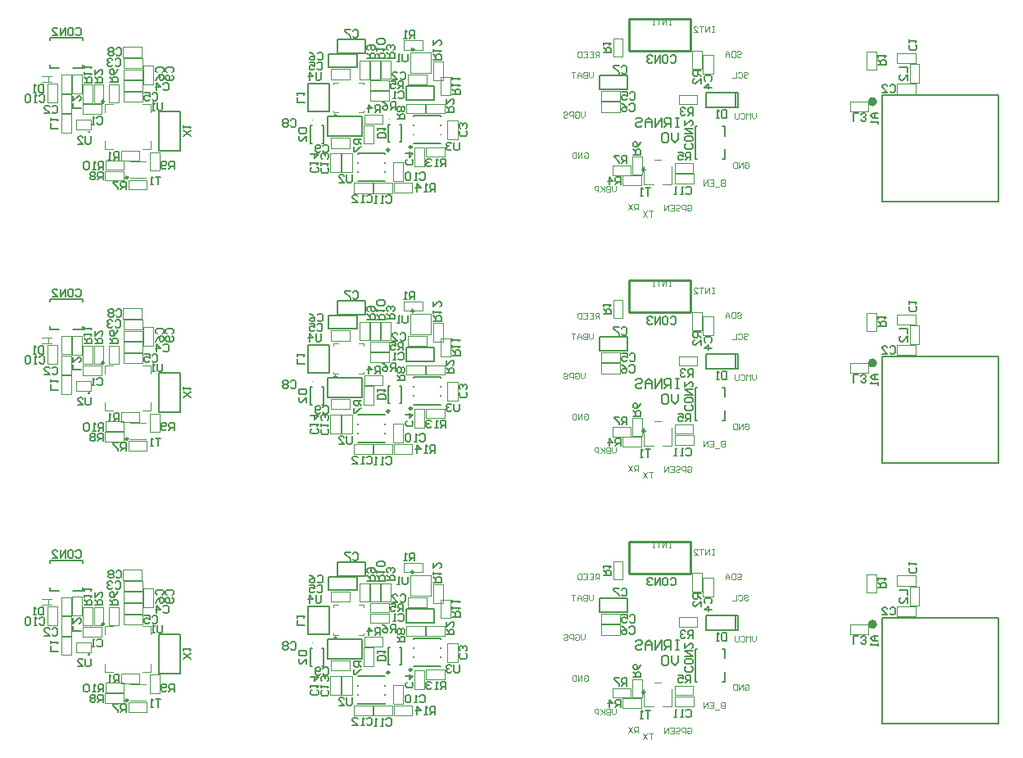
<source format=gbo>
G04*
G04 #@! TF.GenerationSoftware,Altium Limited,Altium Designer,19.0.15 (446)*
G04*
G04 Layer_Color=32896*
%FSAX25Y25*%
%MOIN*%
G70*
G01*
G75*
%ADD21C,0.01000*%
%ADD23C,0.00787*%
%ADD27C,0.00984*%
%ADD45C,0.01968*%
%ADD63C,0.00394*%
%ADD64C,0.00591*%
D21*
X1056132Y0353747D02*
X1081132D01*
X1056132D02*
Y0366746D01*
X1081132D01*
Y0353747D02*
Y0366746D01*
X1056132Y0460046D02*
X1081132D01*
X1056132D02*
Y0473046D01*
X1081132D01*
Y0460046D02*
Y0473046D01*
X1056132Y0566345D02*
X1081132D01*
X1056132D02*
Y0579345D01*
X1081132D01*
Y0566345D02*
Y0579345D01*
X0968475Y0354400D02*
G03*
X0968475Y0354400I-0000487J0000000D01*
G01*
X0936910Y0327542D02*
G03*
X0936910Y0327542I-0000325J0000000D01*
G01*
X0968475Y0460699D02*
G03*
X0968475Y0460699I-0000487J0000000D01*
G01*
X0936910Y0433841D02*
G03*
X0936910Y0433841I-0000325J0000000D01*
G01*
X0968475Y0566998D02*
G03*
X0968475Y0566998I-0000487J0000000D01*
G01*
X0936910Y0540140D02*
G03*
X0936910Y0540140I-0000325J0000000D01*
G01*
X0836349Y0320896D02*
G03*
X0836349Y0320896I-0000197J0000000D01*
G01*
X0852137Y0302265D02*
G03*
X0852137Y0302265I-0000473J0000000D01*
G01*
X0842324Y0333219D02*
G03*
X0842324Y0333219I-0000424J0000000D01*
G01*
X0836349Y0427195D02*
G03*
X0836349Y0427195I-0000197J0000000D01*
G01*
X0852137Y0408564D02*
G03*
X0852137Y0408564I-0000473J0000000D01*
G01*
X0842324Y0439518D02*
G03*
X0842324Y0439518I-0000424J0000000D01*
G01*
X0836349Y0533495D02*
G03*
X0836349Y0533495I-0000197J0000000D01*
G01*
X0852137Y0514863D02*
G03*
X0852137Y0514863I-0000473J0000000D01*
G01*
X0842324Y0545817D02*
G03*
X0842324Y0545817I-0000424J0000000D01*
G01*
D23*
X1159065Y0292628D02*
Y0335935D01*
X1206310D01*
X1159065Y0292628D02*
X1206310D01*
Y0335935D01*
X1159065Y0398928D02*
Y0442235D01*
X1206310D01*
X1159065Y0398928D02*
X1206310D01*
Y0442235D01*
X1159065Y0505227D02*
Y0548534D01*
X1206310D01*
X1159065Y0505227D02*
X1206310D01*
Y0548534D01*
X1100257Y0330731D02*
Y0336731D01*
X1099257Y0330731D02*
Y0336731D01*
X1087257D02*
X1100257D01*
X1087257Y0330731D02*
Y0336731D01*
Y0330731D02*
X1100257D01*
X1095199Y0309873D02*
Y0313809D01*
X1094018Y0309873D02*
X1095199Y0309873D01*
X1094018Y0323258D02*
X1095199D01*
Y0319321D02*
Y0323258D01*
X1082994Y0309873D02*
X1083782D01*
X1082994D02*
Y0323258D01*
X1083782D01*
X1044024Y0338225D02*
X1055524D01*
Y0343725D01*
X1044024D02*
X1055524D01*
X1044024Y0338225D02*
Y0343725D01*
X1076034Y0320540D02*
Y0317917D01*
X1074722Y0316605D01*
X1073410Y0317917D01*
Y0320540D01*
X1072098Y0319885D02*
X1071442Y0320540D01*
X1070130D01*
X1069474Y0319885D01*
Y0317261D01*
X1070130Y0316605D01*
X1071442D01*
X1072098Y0317261D01*
Y0319885D01*
X1076467Y0326682D02*
X1075155D01*
X1075811D01*
Y0322746D01*
X1076467D01*
X1075155D01*
X1073187D02*
Y0326682D01*
X1071219D01*
X1070563Y0326026D01*
Y0324714D01*
X1071219Y0324058D01*
X1073187D01*
X1071875D02*
X1070563Y0322746D01*
X1069252D02*
Y0326682D01*
X1066628Y0322746D01*
Y0326682D01*
X1065316Y0322746D02*
Y0325370D01*
X1064004Y0326682D01*
X1062692Y0325370D01*
Y0322746D01*
Y0324714D01*
X1065316D01*
X1058756Y0326026D02*
X1059412Y0326682D01*
X1060724D01*
X1061380Y0326026D01*
Y0325370D01*
X1060724Y0324714D01*
X1059412D01*
X1058756Y0324058D01*
Y0323403D01*
X1059412Y0322746D01*
X1060724D01*
X1061380Y0323403D01*
X1100257Y0437030D02*
Y0443030D01*
X1099257Y0437030D02*
Y0443030D01*
X1087257D02*
X1100257D01*
X1087257Y0437030D02*
Y0443030D01*
Y0437030D02*
X1100257D01*
X1095199Y0416172D02*
Y0420109D01*
X1094018Y0416172D02*
X1095199Y0416172D01*
X1094018Y0429558D02*
X1095199D01*
Y0425621D02*
Y0429558D01*
X1082994Y0416172D02*
X1083782D01*
X1082994D02*
Y0429558D01*
X1083782D01*
X1044024Y0444524D02*
X1055524D01*
Y0450024D01*
X1044024D02*
X1055524D01*
X1044024Y0444524D02*
Y0450024D01*
X1076034Y0426840D02*
Y0424216D01*
X1074722Y0422904D01*
X1073410Y0424216D01*
Y0426840D01*
X1072098Y0426184D02*
X1071442Y0426840D01*
X1070130D01*
X1069474Y0426184D01*
Y0423560D01*
X1070130Y0422904D01*
X1071442D01*
X1072098Y0423560D01*
Y0426184D01*
X1076467Y0432981D02*
X1075155D01*
X1075811D01*
Y0429046D01*
X1076467D01*
X1075155D01*
X1073187D02*
Y0432981D01*
X1071219D01*
X1070563Y0432326D01*
Y0431014D01*
X1071219Y0430358D01*
X1073187D01*
X1071875D02*
X1070563Y0429046D01*
X1069252D02*
Y0432981D01*
X1066628Y0429046D01*
Y0432981D01*
X1065316Y0429046D02*
Y0431670D01*
X1064004Y0432981D01*
X1062692Y0431670D01*
Y0429046D01*
Y0431014D01*
X1065316D01*
X1058756Y0432326D02*
X1059412Y0432981D01*
X1060724D01*
X1061380Y0432326D01*
Y0431670D01*
X1060724Y0431014D01*
X1059412D01*
X1058756Y0430358D01*
Y0429702D01*
X1059412Y0429046D01*
X1060724D01*
X1061380Y0429702D01*
X1100257Y0543329D02*
Y0549329D01*
X1099257Y0543329D02*
Y0549329D01*
X1087257D02*
X1100257D01*
X1087257Y0543329D02*
Y0549329D01*
Y0543329D02*
X1100257D01*
X1095199Y0522471D02*
Y0526408D01*
X1094018Y0522471D02*
X1095199Y0522471D01*
X1094018Y0535857D02*
X1095199D01*
Y0531920D02*
Y0535857D01*
X1082994Y0522471D02*
X1083782D01*
X1082994D02*
Y0535857D01*
X1083782D01*
X1044024Y0550823D02*
X1055524D01*
Y0556323D01*
X1044024D02*
X1055524D01*
X1044024Y0550823D02*
Y0556323D01*
X1076034Y0533139D02*
Y0530515D01*
X1074722Y0529203D01*
X1073410Y0530515D01*
Y0533139D01*
X1072098Y0532483D02*
X1071442Y0533139D01*
X1070130D01*
X1069474Y0532483D01*
Y0529859D01*
X1070130Y0529203D01*
X1071442D01*
X1072098Y0529859D01*
Y0532483D01*
X1076467Y0539281D02*
X1075155D01*
X1075811D01*
Y0535345D01*
X1076467D01*
X1075155D01*
X1073187D02*
Y0539281D01*
X1071219D01*
X1070563Y0538625D01*
Y0537313D01*
X1071219Y0536657D01*
X1073187D01*
X1071875D02*
X1070563Y0535345D01*
X1069252D02*
Y0539281D01*
X1066628Y0535345D01*
Y0539281D01*
X1065316Y0535345D02*
Y0537969D01*
X1064004Y0539281D01*
X1062692Y0537969D01*
Y0535345D01*
Y0537313D01*
X1065316D01*
X1058756Y0538625D02*
X1059412Y0539281D01*
X1060724D01*
X1061380Y0538625D01*
Y0537969D01*
X1060724Y0537313D01*
X1059412D01*
X1058756Y0536657D01*
Y0536001D01*
X1059412Y0535345D01*
X1060724D01*
X1061380Y0536001D01*
X0931172Y0316274D02*
X0931861D01*
X0931172Y0323361D02*
X0931861D01*
X0926349Y0316274D02*
X0927038D01*
X0926349Y0323361D02*
X0927038D01*
X0931861Y0316274D02*
Y0323361D01*
X0926349Y0316274D02*
Y0323361D01*
X0957924Y0316723D02*
Y0323810D01*
X0963435Y0316723D02*
Y0323810D01*
X0957924D02*
X0958613D01*
X0957924Y0316723D02*
X0958613D01*
X0962747Y0323810D02*
X0963435D01*
X0962747Y0316723D02*
X0963435D01*
X0965402Y0333894D02*
X0976902D01*
Y0339394D01*
X0965402D02*
X0976902D01*
X0965402Y0333894D02*
Y0339394D01*
X0934144Y0329203D02*
Y0340620D01*
X0925483Y0329203D02*
X0934144D01*
X0925483D02*
Y0340620D01*
X0934144D01*
X0933325Y0319101D02*
X0947325D01*
X0933325D02*
Y0327101D01*
X0947325D01*
Y0319101D02*
Y0327101D01*
X0937319Y0352882D02*
X0948819D01*
Y0358382D01*
X0937319D02*
X0948819D01*
X0937319Y0352882D02*
Y0358382D01*
X0933867Y0347044D02*
X0945367D01*
Y0352544D01*
X0933867D02*
X0945367D01*
X0933867Y0347044D02*
Y0352544D01*
X0931172Y0422573D02*
X0931861D01*
X0931172Y0429660D02*
X0931861D01*
X0926349Y0422573D02*
X0927038D01*
X0926349Y0429660D02*
X0927038D01*
X0931861Y0422573D02*
Y0429660D01*
X0926349Y0422573D02*
Y0429660D01*
X0957924Y0423022D02*
Y0430109D01*
X0963435Y0423022D02*
Y0430109D01*
X0957924D02*
X0958613D01*
X0957924Y0423022D02*
X0958613D01*
X0962747Y0430109D02*
X0963435D01*
X0962747Y0423022D02*
X0963435D01*
X0965402Y0440193D02*
X0976902D01*
Y0445693D01*
X0965402D02*
X0976902D01*
X0965402Y0440193D02*
Y0445693D01*
X0934144Y0435502D02*
Y0446920D01*
X0925483Y0435502D02*
X0934144D01*
X0925483D02*
Y0446920D01*
X0934144D01*
X0933325Y0425400D02*
X0947325D01*
X0933325D02*
Y0433400D01*
X0947325D01*
Y0425400D02*
Y0433400D01*
X0937319Y0459181D02*
X0948819D01*
Y0464681D01*
X0937319D02*
X0948819D01*
X0937319Y0459181D02*
Y0464681D01*
X0933867Y0453343D02*
X0945367D01*
Y0458843D01*
X0933867D02*
X0945367D01*
X0933867Y0453343D02*
Y0458843D01*
X0931172Y0528872D02*
X0931861D01*
X0931172Y0535959D02*
X0931861D01*
X0926349Y0528872D02*
X0927038D01*
X0926349Y0535959D02*
X0927038D01*
X0931861Y0528872D02*
Y0535959D01*
X0926349Y0528872D02*
Y0535959D01*
X0957924Y0529321D02*
Y0536408D01*
X0963435Y0529321D02*
Y0536408D01*
X0957924D02*
X0958613D01*
X0957924Y0529321D02*
X0958613D01*
X0962747Y0536408D02*
X0963435D01*
X0962747Y0529321D02*
X0963435D01*
X0965402Y0546493D02*
X0976902D01*
Y0551993D01*
X0965402D02*
X0976902D01*
X0965402Y0546493D02*
Y0551993D01*
X0934144Y0541802D02*
Y0553219D01*
X0925483Y0541802D02*
X0934144D01*
X0925483D02*
Y0553219D01*
X0934144D01*
X0933325Y0531699D02*
X0947325D01*
X0933325D02*
Y0539699D01*
X0947325D01*
Y0531699D02*
Y0539699D01*
X0937319Y0565481D02*
X0948819D01*
Y0570981D01*
X0937319D02*
X0948819D01*
X0937319Y0565481D02*
Y0570981D01*
X0933867Y0559642D02*
X0945367D01*
Y0565142D01*
X0933867D02*
X0945367D01*
X0933867Y0559642D02*
Y0565142D01*
X0833672Y0358266D02*
X0833672Y0359054D01*
X0820286D02*
X0833672D01*
X0820286Y0358266D02*
Y0359054D01*
X0829735Y0346849D02*
X0833672D01*
Y0348030D01*
X0820286Y0346849D02*
X0820286Y0348030D01*
X0820286Y0346849D02*
X0824223Y0346849D01*
X0864617Y0313132D02*
Y0329132D01*
X0873447D01*
Y0313132D02*
Y0329132D01*
X0864617Y0313132D02*
X0873447D01*
X0833672Y0464566D02*
X0833672Y0465353D01*
X0820286D02*
X0833672D01*
X0820286Y0464565D02*
Y0465353D01*
X0829735Y0453148D02*
X0833672D01*
Y0454329D01*
X0820286Y0453148D02*
X0820286Y0454329D01*
X0820286Y0453148D02*
X0824223Y0453148D01*
X0864617Y0419432D02*
Y0435432D01*
X0873447D01*
Y0419432D02*
Y0435432D01*
X0864617Y0419432D02*
X0873447D01*
X0833672Y0570865D02*
X0833672Y0571652D01*
X0820286D02*
X0833672D01*
X0820286Y0570865D02*
Y0571652D01*
X0829735Y0559447D02*
X0833672D01*
Y0560628D01*
X0820286Y0559447D02*
X0820286Y0560629D01*
X0820286Y0559447D02*
X0824223Y0559447D01*
X0864617Y0525731D02*
Y0541731D01*
X0873447D01*
Y0525731D02*
Y0541731D01*
X0864617Y0525731D02*
X0873447D01*
D27*
X1062510Y0305479D02*
G03*
X1062510Y0305479I-0000492J0000000D01*
G01*
Y0411778D02*
G03*
X1062510Y0411778I-0000492J0000000D01*
G01*
Y0518077D02*
G03*
X1062510Y0518077I-0000492J0000000D01*
G01*
X0958494Y0313573D02*
G03*
X0958494Y0313573I-0000492J0000000D01*
G01*
X0967628Y0314676D02*
G03*
X0967628Y0314676I-0000492J0000000D01*
G01*
X0958494Y0419873D02*
G03*
X0958494Y0419873I-0000492J0000000D01*
G01*
X0967628Y0420975D02*
G03*
X0967628Y0420975I-0000492J0000000D01*
G01*
X0958494Y0526172D02*
G03*
X0958494Y0526172I-0000492J0000000D01*
G01*
X0967628Y0527274D02*
G03*
X0967628Y0527274I-0000492J0000000D01*
G01*
D45*
X1156009Y0333180D02*
G03*
X1156009Y0333180I-0000880J0000000D01*
G01*
Y0439479D02*
G03*
X1156009Y0439479I-0000880J0000000D01*
G01*
Y0545778D02*
G03*
X1156009Y0545778I-0000880J0000000D01*
G01*
D63*
X1152766Y0346132D02*
X1156703D01*
X1152766D02*
Y0353613D01*
X1156703D01*
Y0346132D02*
Y0353613D01*
X1165030Y0336349D02*
Y0340483D01*
X1172707D01*
Y0336349D02*
Y0340483D01*
X1165030Y0336349D02*
X1172707D01*
X1165030Y0348829D02*
Y0352963D01*
X1172707D01*
Y0348829D02*
Y0352963D01*
X1165030Y0348829D02*
X1172707D01*
X1170286Y0348416D02*
X1174223D01*
Y0340935D02*
Y0348416D01*
X1170286Y0340935D02*
X1174223D01*
X1170286D02*
Y0348416D01*
X1145955Y0329243D02*
Y0333180D01*
X1153436D01*
Y0329243D02*
Y0333180D01*
X1145955Y0329243D02*
X1153436D01*
X1152766Y0452432D02*
X1156703D01*
X1152766D02*
Y0459912D01*
X1156703D01*
Y0452432D02*
Y0459912D01*
X1165030Y0442648D02*
Y0446782D01*
X1172707D01*
Y0442648D02*
Y0446782D01*
X1165030Y0442648D02*
X1172707D01*
X1165030Y0455128D02*
Y0459262D01*
X1172707D01*
Y0455128D02*
Y0459262D01*
X1165030Y0455128D02*
X1172707D01*
X1170286Y0454715D02*
X1174223D01*
Y0447235D02*
Y0454715D01*
X1170286Y0447235D02*
X1174223D01*
X1170286D02*
Y0454715D01*
X1145955Y0435542D02*
Y0439479D01*
X1153436D01*
Y0435542D02*
Y0439479D01*
X1145955Y0435542D02*
X1153436D01*
X1152766Y0558731D02*
X1156703D01*
X1152766D02*
Y0566211D01*
X1156703D01*
Y0558731D02*
Y0566211D01*
X1165030Y0548947D02*
Y0553081D01*
X1172707D01*
Y0548947D02*
Y0553081D01*
X1165030Y0548947D02*
X1172707D01*
X1165030Y0561428D02*
Y0565561D01*
X1172707D01*
Y0561428D02*
Y0565561D01*
X1165030Y0561428D02*
X1172707D01*
X1170286Y0561014D02*
X1174223D01*
Y0553534D02*
Y0561014D01*
X1170286Y0553534D02*
X1174223D01*
X1170286D02*
Y0561014D01*
X1145955Y0541841D02*
Y0545778D01*
X1153436D01*
Y0541841D02*
Y0545778D01*
X1145955Y0541841D02*
X1153436D01*
X1076388Y0335975D02*
X1083869D01*
X1076388Y0332038D02*
Y0335975D01*
Y0332038D02*
X1083869D01*
Y0335975D01*
X1049617Y0358849D02*
X1053554D01*
Y0351369D02*
Y0358849D01*
X1049617Y0351369D02*
X1053554D01*
X1049617D02*
Y0358849D01*
X1074617Y0308258D02*
X1082097D01*
X1074617Y0304321D02*
Y0308258D01*
Y0304321D02*
X1082097D01*
Y0308258D01*
X1069577Y0299651D02*
X1073514D01*
X1062018D02*
X1065955D01*
X1066487Y0309400D02*
X1069046D01*
X1062018Y0299651D02*
Y0306939D01*
X1073514Y0299651D02*
Y0306939D01*
X1086172Y0344498D02*
Y0352176D01*
Y0344498D02*
X1090306D01*
Y0352176D01*
X1086172D02*
X1090306D01*
X1085758Y0346487D02*
Y0353967D01*
X1081821D02*
X1085758D01*
X1081821Y0346487D02*
Y0353967D01*
Y0346487D02*
X1085758D01*
X1044872Y0333081D02*
X1052550D01*
X1044872Y0328947D02*
Y0333081D01*
Y0328947D02*
X1052550D01*
Y0333081D01*
X1044872Y0337609D02*
X1052550D01*
X1044872Y0333475D02*
Y0337609D01*
Y0333475D02*
X1052550D01*
Y0337609D01*
X1057333Y0310935D02*
X1061270D01*
Y0303455D02*
Y0310935D01*
X1057333Y0303455D02*
X1061270D01*
X1057333D02*
Y0310935D01*
X1049341Y0303298D02*
Y0307235D01*
X1056821D01*
Y0303298D02*
Y0307235D01*
X1049341Y0303298D02*
X1056821D01*
X1060995Y0299164D02*
Y0303101D01*
X1053514Y0299164D02*
X1060995D01*
X1053514D02*
Y0303101D01*
X1060995D01*
X1082274Y0299774D02*
Y0303908D01*
X1074597Y0299774D02*
X1082274D01*
X1074597D02*
Y0303908D01*
X1082274D01*
X1107727Y0328494D02*
Y0326920D01*
X1106940Y0326132D01*
X1106153Y0326920D01*
Y0328494D01*
X1105365Y0326132D02*
Y0328494D01*
X1104578Y0327707D01*
X1103791Y0328494D01*
Y0326132D01*
X1101430Y0328100D02*
X1101823Y0328494D01*
X1102610D01*
X1103004Y0328100D01*
Y0326526D01*
X1102610Y0326132D01*
X1101823D01*
X1101430Y0326526D01*
X1100642Y0328494D02*
Y0326526D01*
X1100249Y0326132D01*
X1099462D01*
X1099068Y0326526D01*
Y0328494D01*
X1103200Y0308258D02*
X1103593Y0308651D01*
X1104381D01*
X1104774Y0308258D01*
Y0306683D01*
X1104381Y0306290D01*
X1103593D01*
X1103200Y0306683D01*
Y0307471D01*
X1103987D01*
X1102413Y0306290D02*
Y0308651D01*
X1100838Y0306290D01*
Y0308651D01*
X1100051D02*
Y0306290D01*
X1098870D01*
X1098477Y0306683D01*
Y0308258D01*
X1098870Y0308651D01*
X1100051D01*
X1095050Y0301368D02*
Y0299006D01*
X1093869D01*
X1093475Y0299400D01*
Y0299794D01*
X1093869Y0300187D01*
X1095050D01*
X1093869D01*
X1093475Y0300581D01*
Y0300974D01*
X1093869Y0301368D01*
X1095050D01*
X1092688Y0298613D02*
X1091114D01*
X1088752Y0301368D02*
X1090327D01*
Y0299006D01*
X1088752D01*
X1090327Y0300187D02*
X1089540D01*
X1087965Y0299006D02*
Y0301368D01*
X1086391Y0299006D01*
Y0301368D01*
X1079853Y0290738D02*
X1080247Y0291132D01*
X1081034D01*
X1081428Y0290738D01*
Y0289164D01*
X1081034Y0288770D01*
X1080247D01*
X1079853Y0289164D01*
Y0289951D01*
X1080641D01*
X1079066Y0288770D02*
Y0291132D01*
X1077885D01*
X1077492Y0290738D01*
Y0289951D01*
X1077885Y0289557D01*
X1079066D01*
X1075130Y0290738D02*
X1075524Y0291132D01*
X1076311D01*
X1076705Y0290738D01*
Y0290344D01*
X1076311Y0289951D01*
X1075524D01*
X1075130Y0289557D01*
Y0289164D01*
X1075524Y0288770D01*
X1076311D01*
X1076705Y0289164D01*
X1072769Y0291132D02*
X1074343D01*
Y0288770D01*
X1072769D01*
X1074343Y0289951D02*
X1073556D01*
X1071982Y0288770D02*
Y0291132D01*
X1070408Y0288770D01*
Y0291132D01*
X1065798Y0288691D02*
X1064223D01*
X1065011D01*
Y0286329D01*
X1063436Y0288691D02*
X1061862Y0286329D01*
Y0288691D02*
X1063436Y0286329D01*
X1059695Y0289164D02*
Y0291525D01*
X1058515D01*
X1058121Y0291132D01*
Y0290345D01*
X1058515Y0289951D01*
X1059695D01*
X1058908D02*
X1058121Y0289164D01*
X1057334Y0291525D02*
X1055760Y0289164D01*
Y0291525D02*
X1057334Y0289164D01*
X1050640Y0298730D02*
Y0297156D01*
X1049853Y0296369D01*
X1049066Y0297156D01*
Y0298730D01*
X1048279D02*
Y0296369D01*
X1047098D01*
X1046704Y0296762D01*
Y0297156D01*
X1047098Y0297549D01*
X1048279D01*
X1047098D01*
X1046704Y0297943D01*
Y0298336D01*
X1047098Y0298730D01*
X1048279D01*
X1045917D02*
Y0296369D01*
Y0297156D01*
X1044343Y0298730D01*
X1045524Y0297549D01*
X1044343Y0296369D01*
X1043556D02*
Y0298730D01*
X1042375D01*
X1041982Y0298336D01*
Y0297549D01*
X1042375Y0297156D01*
X1043556D01*
X1073120Y0366880D02*
X1072333D01*
X1072727D01*
Y0364518D01*
X1073120D01*
X1072333D01*
X1071153D02*
Y0366880D01*
X1069578Y0364518D01*
Y0366880D01*
X1068791D02*
X1067217D01*
X1068004D01*
Y0364518D01*
X1066430D02*
X1065643D01*
X1066036D01*
Y0366880D01*
X1066430Y0366486D01*
X1102885Y0344872D02*
X1103278Y0345266D01*
X1104066D01*
X1104459Y0344872D01*
Y0344478D01*
X1104066Y0344085D01*
X1103278D01*
X1102885Y0343691D01*
Y0343298D01*
X1103278Y0342904D01*
X1104066D01*
X1104459Y0343298D01*
X1100523Y0344872D02*
X1100917Y0345266D01*
X1101704D01*
X1102098Y0344872D01*
Y0343298D01*
X1101704Y0342904D01*
X1100917D01*
X1100523Y0343298D01*
X1099736Y0345266D02*
Y0342904D01*
X1098162D01*
X1041310Y0345069D02*
Y0343494D01*
X1040522Y0342707D01*
X1039735Y0343494D01*
Y0345069D01*
X1038948D02*
Y0342707D01*
X1037767D01*
X1037374Y0343101D01*
Y0343494D01*
X1037767Y0343888D01*
X1038948D01*
X1037767D01*
X1037374Y0344281D01*
Y0344675D01*
X1037767Y0345069D01*
X1038948D01*
X1036587Y0342707D02*
Y0344281D01*
X1035800Y0345069D01*
X1035012Y0344281D01*
Y0342707D01*
Y0343888D01*
X1036587D01*
X1034225Y0345069D02*
X1032651D01*
X1033438D01*
Y0342707D01*
X1037688Y0312116D02*
X1038081Y0312509D01*
X1038869D01*
X1039262Y0312116D01*
Y0310542D01*
X1038869Y0310148D01*
X1038081D01*
X1037688Y0310542D01*
Y0311329D01*
X1038475D01*
X1036901Y0310148D02*
Y0312509D01*
X1035326Y0310148D01*
Y0312509D01*
X1034539D02*
Y0310148D01*
X1033359D01*
X1032965Y0310542D01*
Y0312116D01*
X1033359Y0312509D01*
X1034539D01*
X1100050Y0353297D02*
X1100444Y0353691D01*
X1101231D01*
X1101624Y0353297D01*
Y0352904D01*
X1101231Y0352510D01*
X1100444D01*
X1100050Y0352116D01*
Y0351723D01*
X1100444Y0351329D01*
X1101231D01*
X1101624Y0351723D01*
X1099263Y0353691D02*
Y0351329D01*
X1098082D01*
X1097689Y0351723D01*
Y0353297D01*
X1098082Y0353691D01*
X1099263D01*
X1096902Y0351329D02*
Y0352904D01*
X1096114Y0353691D01*
X1095327Y0352904D01*
Y0351329D01*
Y0352510D01*
X1096902D01*
X1090640Y0363730D02*
X1089853D01*
X1090247D01*
Y0361369D01*
X1090640D01*
X1089853D01*
X1088672D02*
Y0363730D01*
X1087098Y0361369D01*
Y0363730D01*
X1086311D02*
X1084737D01*
X1085524D01*
Y0361369D01*
X1082375D02*
X1083949D01*
X1082375Y0362943D01*
Y0363336D01*
X1082769Y0363730D01*
X1083556D01*
X1083949Y0363336D01*
X1043869Y0351290D02*
Y0353651D01*
X1042688D01*
X1042294Y0353258D01*
Y0352471D01*
X1042688Y0352077D01*
X1043869D01*
X1043081D02*
X1042294Y0351290D01*
X1039933Y0353651D02*
X1041507D01*
Y0351290D01*
X1039933D01*
X1041507Y0352471D02*
X1040720D01*
X1037571Y0353651D02*
X1039146D01*
Y0351290D01*
X1037571D01*
X1039146Y0352471D02*
X1038358D01*
X1036784Y0353651D02*
Y0351290D01*
X1035604D01*
X1035210Y0351683D01*
Y0353258D01*
X1035604Y0353651D01*
X1036784D01*
X1038002Y0329045D02*
Y0327471D01*
X1037215Y0326683D01*
X1036428Y0327471D01*
Y0329045D01*
X1034067Y0328651D02*
X1034460Y0329045D01*
X1035247D01*
X1035641Y0328651D01*
Y0327077D01*
X1035247Y0326683D01*
X1034460D01*
X1034067Y0327077D01*
Y0327864D01*
X1034854D01*
X1033280Y0326683D02*
Y0329045D01*
X1032099D01*
X1031705Y0328651D01*
Y0327864D01*
X1032099Y0327471D01*
X1033280D01*
X1029344Y0328651D02*
X1029737Y0329045D01*
X1030525D01*
X1030918Y0328651D01*
Y0328258D01*
X1030525Y0327864D01*
X1029737D01*
X1029344Y0327471D01*
Y0327077D01*
X1029737Y0326683D01*
X1030525D01*
X1030918Y0327077D01*
X1076388Y0442274D02*
X1083869D01*
X1076388Y0438337D02*
Y0442274D01*
Y0438337D02*
X1083869D01*
Y0442274D01*
X1049617Y0465148D02*
X1053554D01*
Y0457668D02*
Y0465148D01*
X1049617Y0457668D02*
X1053554D01*
X1049617D02*
Y0465148D01*
X1074617Y0414558D02*
X1082097D01*
X1074617Y0410621D02*
Y0414558D01*
Y0410621D02*
X1082097D01*
Y0414558D01*
X1069577Y0405950D02*
X1073514D01*
X1062018D02*
X1065955D01*
X1066487Y0415699D02*
X1069046D01*
X1062018Y0405950D02*
Y0413239D01*
X1073514Y0405950D02*
Y0413239D01*
X1086172Y0450798D02*
Y0458475D01*
Y0450798D02*
X1090306D01*
Y0458475D01*
X1086172D02*
X1090306D01*
X1085758Y0452786D02*
Y0460266D01*
X1081821D02*
X1085758D01*
X1081821Y0452786D02*
Y0460266D01*
Y0452786D02*
X1085758D01*
X1044872Y0439380D02*
X1052550D01*
X1044872Y0435247D02*
Y0439380D01*
Y0435247D02*
X1052550D01*
Y0439380D01*
X1044872Y0443908D02*
X1052550D01*
X1044872Y0439774D02*
Y0443908D01*
Y0439774D02*
X1052550D01*
Y0443908D01*
X1057333Y0417235D02*
X1061270D01*
Y0409754D02*
Y0417235D01*
X1057333Y0409754D02*
X1061270D01*
X1057333D02*
Y0417235D01*
X1049341Y0409597D02*
Y0413534D01*
X1056821D01*
Y0409597D02*
Y0413534D01*
X1049341Y0409597D02*
X1056821D01*
X1060995Y0405463D02*
Y0409400D01*
X1053514Y0405463D02*
X1060995D01*
X1053514D02*
Y0409400D01*
X1060995D01*
X1082274Y0406073D02*
Y0410207D01*
X1074597Y0406073D02*
X1082274D01*
X1074597D02*
Y0410207D01*
X1082274D01*
X1107727Y0434793D02*
Y0433219D01*
X1106940Y0432432D01*
X1106153Y0433219D01*
Y0434793D01*
X1105365Y0432432D02*
Y0434793D01*
X1104578Y0434006D01*
X1103791Y0434793D01*
Y0432432D01*
X1101430Y0434399D02*
X1101823Y0434793D01*
X1102610D01*
X1103004Y0434399D01*
Y0432825D01*
X1102610Y0432432D01*
X1101823D01*
X1101430Y0432825D01*
X1100642Y0434793D02*
Y0432825D01*
X1100249Y0432432D01*
X1099462D01*
X1099068Y0432825D01*
Y0434793D01*
X1103200Y0414557D02*
X1103593Y0414951D01*
X1104381D01*
X1104774Y0414557D01*
Y0412983D01*
X1104381Y0412589D01*
X1103593D01*
X1103200Y0412983D01*
Y0413770D01*
X1103987D01*
X1102413Y0412589D02*
Y0414951D01*
X1100838Y0412589D01*
Y0414951D01*
X1100051D02*
Y0412589D01*
X1098870D01*
X1098477Y0412983D01*
Y0414557D01*
X1098870Y0414951D01*
X1100051D01*
X1095050Y0407667D02*
Y0405306D01*
X1093869D01*
X1093475Y0405699D01*
Y0406093D01*
X1093869Y0406486D01*
X1095050D01*
X1093869D01*
X1093475Y0406880D01*
Y0407273D01*
X1093869Y0407667D01*
X1095050D01*
X1092688Y0404912D02*
X1091114D01*
X1088752Y0407667D02*
X1090327D01*
Y0405306D01*
X1088752D01*
X1090327Y0406486D02*
X1089540D01*
X1087965Y0405306D02*
Y0407667D01*
X1086391Y0405306D01*
Y0407667D01*
X1079853Y0397037D02*
X1080247Y0397431D01*
X1081034D01*
X1081428Y0397037D01*
Y0395463D01*
X1081034Y0395069D01*
X1080247D01*
X1079853Y0395463D01*
Y0396250D01*
X1080641D01*
X1079066Y0395069D02*
Y0397431D01*
X1077885D01*
X1077492Y0397037D01*
Y0396250D01*
X1077885Y0395856D01*
X1079066D01*
X1075130Y0397037D02*
X1075524Y0397431D01*
X1076311D01*
X1076705Y0397037D01*
Y0396644D01*
X1076311Y0396250D01*
X1075524D01*
X1075130Y0395856D01*
Y0395463D01*
X1075524Y0395069D01*
X1076311D01*
X1076705Y0395463D01*
X1072769Y0397431D02*
X1074343D01*
Y0395069D01*
X1072769D01*
X1074343Y0396250D02*
X1073556D01*
X1071982Y0395069D02*
Y0397431D01*
X1070408Y0395069D01*
Y0397431D01*
X1065798Y0394990D02*
X1064223D01*
X1065011D01*
Y0392628D01*
X1063436Y0394990D02*
X1061862Y0392628D01*
Y0394990D02*
X1063436Y0392628D01*
X1059695Y0395463D02*
Y0397825D01*
X1058515D01*
X1058121Y0397431D01*
Y0396644D01*
X1058515Y0396250D01*
X1059695D01*
X1058908D02*
X1058121Y0395463D01*
X1057334Y0397825D02*
X1055760Y0395463D01*
Y0397825D02*
X1057334Y0395463D01*
X1050640Y0405029D02*
Y0403455D01*
X1049853Y0402668D01*
X1049066Y0403455D01*
Y0405029D01*
X1048279D02*
Y0402668D01*
X1047098D01*
X1046704Y0403061D01*
Y0403455D01*
X1047098Y0403849D01*
X1048279D01*
X1047098D01*
X1046704Y0404242D01*
Y0404636D01*
X1047098Y0405029D01*
X1048279D01*
X1045917D02*
Y0402668D01*
Y0403455D01*
X1044343Y0405029D01*
X1045524Y0403849D01*
X1044343Y0402668D01*
X1043556D02*
Y0405029D01*
X1042375D01*
X1041982Y0404636D01*
Y0403849D01*
X1042375Y0403455D01*
X1043556D01*
X1073120Y0473179D02*
X1072333D01*
X1072727D01*
Y0470817D01*
X1073120D01*
X1072333D01*
X1071153D02*
Y0473179D01*
X1069578Y0470817D01*
Y0473179D01*
X1068791D02*
X1067217D01*
X1068004D01*
Y0470817D01*
X1066430D02*
X1065643D01*
X1066036D01*
Y0473179D01*
X1066430Y0472785D01*
X1102885Y0451171D02*
X1103278Y0451565D01*
X1104066D01*
X1104459Y0451171D01*
Y0450777D01*
X1104066Y0450384D01*
X1103278D01*
X1102885Y0449990D01*
Y0449597D01*
X1103278Y0449203D01*
X1104066D01*
X1104459Y0449597D01*
X1100523Y0451171D02*
X1100917Y0451565D01*
X1101704D01*
X1102098Y0451171D01*
Y0449597D01*
X1101704Y0449203D01*
X1100917D01*
X1100523Y0449597D01*
X1099736Y0451565D02*
Y0449203D01*
X1098162D01*
X1041310Y0451368D02*
Y0449793D01*
X1040522Y0449006D01*
X1039735Y0449793D01*
Y0451368D01*
X1038948D02*
Y0449006D01*
X1037767D01*
X1037374Y0449400D01*
Y0449793D01*
X1037767Y0450187D01*
X1038948D01*
X1037767D01*
X1037374Y0450581D01*
Y0450974D01*
X1037767Y0451368D01*
X1038948D01*
X1036587Y0449006D02*
Y0450581D01*
X1035800Y0451368D01*
X1035012Y0450581D01*
Y0449006D01*
Y0450187D01*
X1036587D01*
X1034225Y0451368D02*
X1032651D01*
X1033438D01*
Y0449006D01*
X1037688Y0418415D02*
X1038081Y0418809D01*
X1038869D01*
X1039262Y0418415D01*
Y0416841D01*
X1038869Y0416447D01*
X1038081D01*
X1037688Y0416841D01*
Y0417628D01*
X1038475D01*
X1036901Y0416447D02*
Y0418809D01*
X1035326Y0416447D01*
Y0418809D01*
X1034539D02*
Y0416447D01*
X1033359D01*
X1032965Y0416841D01*
Y0418415D01*
X1033359Y0418809D01*
X1034539D01*
X1100050Y0459596D02*
X1100444Y0459990D01*
X1101231D01*
X1101624Y0459596D01*
Y0459203D01*
X1101231Y0458809D01*
X1100444D01*
X1100050Y0458416D01*
Y0458022D01*
X1100444Y0457628D01*
X1101231D01*
X1101624Y0458022D01*
X1099263Y0459990D02*
Y0457628D01*
X1098082D01*
X1097689Y0458022D01*
Y0459596D01*
X1098082Y0459990D01*
X1099263D01*
X1096902Y0457628D02*
Y0459203D01*
X1096114Y0459990D01*
X1095327Y0459203D01*
Y0457628D01*
Y0458809D01*
X1096902D01*
X1090640Y0470029D02*
X1089853D01*
X1090247D01*
Y0467668D01*
X1090640D01*
X1089853D01*
X1088672D02*
Y0470029D01*
X1087098Y0467668D01*
Y0470029D01*
X1086311D02*
X1084737D01*
X1085524D01*
Y0467668D01*
X1082375D02*
X1083949D01*
X1082375Y0469242D01*
Y0469636D01*
X1082769Y0470029D01*
X1083556D01*
X1083949Y0469636D01*
X1043869Y0457589D02*
Y0459950D01*
X1042688D01*
X1042294Y0459557D01*
Y0458770D01*
X1042688Y0458376D01*
X1043869D01*
X1043081D02*
X1042294Y0457589D01*
X1039933Y0459950D02*
X1041507D01*
Y0457589D01*
X1039933D01*
X1041507Y0458770D02*
X1040720D01*
X1037571Y0459950D02*
X1039146D01*
Y0457589D01*
X1037571D01*
X1039146Y0458770D02*
X1038358D01*
X1036784Y0459950D02*
Y0457589D01*
X1035604D01*
X1035210Y0457983D01*
Y0459557D01*
X1035604Y0459950D01*
X1036784D01*
X1038002Y0435344D02*
Y0433770D01*
X1037215Y0432983D01*
X1036428Y0433770D01*
Y0435344D01*
X1034067Y0434951D02*
X1034460Y0435344D01*
X1035247D01*
X1035641Y0434951D01*
Y0433376D01*
X1035247Y0432983D01*
X1034460D01*
X1034067Y0433376D01*
Y0434164D01*
X1034854D01*
X1033280Y0432983D02*
Y0435344D01*
X1032099D01*
X1031705Y0434951D01*
Y0434164D01*
X1032099Y0433770D01*
X1033280D01*
X1029344Y0434951D02*
X1029737Y0435344D01*
X1030525D01*
X1030918Y0434951D01*
Y0434557D01*
X1030525Y0434164D01*
X1029737D01*
X1029344Y0433770D01*
Y0433376D01*
X1029737Y0432983D01*
X1030525D01*
X1030918Y0433376D01*
X1076388Y0548573D02*
X1083869D01*
X1076388Y0544636D02*
Y0548573D01*
Y0544636D02*
X1083869D01*
Y0548573D01*
X1049617Y0571447D02*
X1053554D01*
Y0563967D02*
Y0571447D01*
X1049617Y0563967D02*
X1053554D01*
X1049617D02*
Y0571447D01*
X1074617Y0520857D02*
X1082097D01*
X1074617Y0516920D02*
Y0520857D01*
Y0516920D02*
X1082097D01*
Y0520857D01*
X1069577Y0512250D02*
X1073514D01*
X1062018D02*
X1065955D01*
X1066487Y0521999D02*
X1069046D01*
X1062018Y0512250D02*
Y0519538D01*
X1073514Y0512250D02*
Y0519538D01*
X1086172Y0557097D02*
Y0564774D01*
Y0557097D02*
X1090306D01*
Y0564774D01*
X1086172D02*
X1090306D01*
X1085758Y0559085D02*
Y0566565D01*
X1081821D02*
X1085758D01*
X1081821Y0559085D02*
Y0566565D01*
Y0559085D02*
X1085758D01*
X1044872Y0545680D02*
X1052550D01*
X1044872Y0541546D02*
Y0545680D01*
Y0541546D02*
X1052550D01*
Y0545680D01*
X1044872Y0550207D02*
X1052550D01*
X1044872Y0546073D02*
Y0550207D01*
Y0546073D02*
X1052550D01*
Y0550207D01*
X1057333Y0523534D02*
X1061270D01*
Y0516054D02*
Y0523534D01*
X1057333Y0516054D02*
X1061270D01*
X1057333D02*
Y0523534D01*
X1049341Y0515896D02*
Y0519833D01*
X1056821D01*
Y0515896D02*
Y0519833D01*
X1049341Y0515896D02*
X1056821D01*
X1060995Y0511762D02*
Y0515699D01*
X1053514Y0511762D02*
X1060995D01*
X1053514D02*
Y0515699D01*
X1060995D01*
X1082274Y0512372D02*
Y0516506D01*
X1074597Y0512372D02*
X1082274D01*
X1074597D02*
Y0516506D01*
X1082274D01*
X1107727Y0541092D02*
Y0539518D01*
X1106940Y0538731D01*
X1106153Y0539518D01*
Y0541092D01*
X1105365Y0538731D02*
Y0541092D01*
X1104578Y0540305D01*
X1103791Y0541092D01*
Y0538731D01*
X1101430Y0540699D02*
X1101823Y0541092D01*
X1102610D01*
X1103004Y0540699D01*
Y0539124D01*
X1102610Y0538731D01*
X1101823D01*
X1101430Y0539124D01*
X1100642Y0541092D02*
Y0539124D01*
X1100249Y0538731D01*
X1099462D01*
X1099068Y0539124D01*
Y0541092D01*
X1103200Y0520856D02*
X1103593Y0521250D01*
X1104381D01*
X1104774Y0520856D01*
Y0519282D01*
X1104381Y0518888D01*
X1103593D01*
X1103200Y0519282D01*
Y0520069D01*
X1103987D01*
X1102413Y0518888D02*
Y0521250D01*
X1100838Y0518888D01*
Y0521250D01*
X1100051D02*
Y0518888D01*
X1098870D01*
X1098477Y0519282D01*
Y0520856D01*
X1098870Y0521250D01*
X1100051D01*
X1095050Y0513966D02*
Y0511605D01*
X1093869D01*
X1093475Y0511998D01*
Y0512392D01*
X1093869Y0512785D01*
X1095050D01*
X1093869D01*
X1093475Y0513179D01*
Y0513573D01*
X1093869Y0513966D01*
X1095050D01*
X1092688Y0511211D02*
X1091114D01*
X1088752Y0513966D02*
X1090327D01*
Y0511605D01*
X1088752D01*
X1090327Y0512785D02*
X1089540D01*
X1087965Y0511605D02*
Y0513966D01*
X1086391Y0511605D01*
Y0513966D01*
X1079853Y0503336D02*
X1080247Y0503730D01*
X1081034D01*
X1081428Y0503336D01*
Y0501762D01*
X1081034Y0501369D01*
X1080247D01*
X1079853Y0501762D01*
Y0502549D01*
X1080641D01*
X1079066Y0501369D02*
Y0503730D01*
X1077885D01*
X1077492Y0503336D01*
Y0502549D01*
X1077885Y0502156D01*
X1079066D01*
X1075130Y0503336D02*
X1075524Y0503730D01*
X1076311D01*
X1076705Y0503336D01*
Y0502943D01*
X1076311Y0502549D01*
X1075524D01*
X1075130Y0502156D01*
Y0501762D01*
X1075524Y0501369D01*
X1076311D01*
X1076705Y0501762D01*
X1072769Y0503730D02*
X1074343D01*
Y0501369D01*
X1072769D01*
X1074343Y0502549D02*
X1073556D01*
X1071982Y0501369D02*
Y0503730D01*
X1070408Y0501369D01*
Y0503730D01*
X1065798Y0501289D02*
X1064223D01*
X1065011D01*
Y0498928D01*
X1063436Y0501289D02*
X1061862Y0498928D01*
Y0501289D02*
X1063436Y0498928D01*
X1059695Y0501762D02*
Y0504124D01*
X1058515D01*
X1058121Y0503730D01*
Y0502943D01*
X1058515Y0502549D01*
X1059695D01*
X1058908D02*
X1058121Y0501762D01*
X1057334Y0504124D02*
X1055760Y0501762D01*
Y0504124D02*
X1057334Y0501762D01*
X1050640Y0511328D02*
Y0509754D01*
X1049853Y0508967D01*
X1049066Y0509754D01*
Y0511328D01*
X1048279D02*
Y0508967D01*
X1047098D01*
X1046704Y0509361D01*
Y0509754D01*
X1047098Y0510148D01*
X1048279D01*
X1047098D01*
X1046704Y0510541D01*
Y0510935D01*
X1047098Y0511328D01*
X1048279D01*
X1045917D02*
Y0508967D01*
Y0509754D01*
X1044343Y0511328D01*
X1045524Y0510148D01*
X1044343Y0508967D01*
X1043556D02*
Y0511328D01*
X1042375D01*
X1041982Y0510935D01*
Y0510148D01*
X1042375Y0509754D01*
X1043556D01*
X1073120Y0579478D02*
X1072333D01*
X1072727D01*
Y0577117D01*
X1073120D01*
X1072333D01*
X1071153D02*
Y0579478D01*
X1069578Y0577117D01*
Y0579478D01*
X1068791D02*
X1067217D01*
X1068004D01*
Y0577117D01*
X1066430D02*
X1065643D01*
X1066036D01*
Y0579478D01*
X1066430Y0579084D01*
X1102885Y0557470D02*
X1103278Y0557864D01*
X1104066D01*
X1104459Y0557470D01*
Y0557077D01*
X1104066Y0556683D01*
X1103278D01*
X1102885Y0556290D01*
Y0555896D01*
X1103278Y0555503D01*
X1104066D01*
X1104459Y0555896D01*
X1100523Y0557470D02*
X1100917Y0557864D01*
X1101704D01*
X1102098Y0557470D01*
Y0555896D01*
X1101704Y0555503D01*
X1100917D01*
X1100523Y0555896D01*
X1099736Y0557864D02*
Y0555503D01*
X1098162D01*
X1041310Y0557667D02*
Y0556093D01*
X1040522Y0555306D01*
X1039735Y0556093D01*
Y0557667D01*
X1038948D02*
Y0555306D01*
X1037767D01*
X1037374Y0555699D01*
Y0556093D01*
X1037767Y0556486D01*
X1038948D01*
X1037767D01*
X1037374Y0556880D01*
Y0557273D01*
X1037767Y0557667D01*
X1038948D01*
X1036587Y0555306D02*
Y0556880D01*
X1035800Y0557667D01*
X1035012Y0556880D01*
Y0555306D01*
Y0556486D01*
X1036587D01*
X1034225Y0557667D02*
X1032651D01*
X1033438D01*
Y0555306D01*
X1037688Y0524714D02*
X1038081Y0525108D01*
X1038869D01*
X1039262Y0524714D01*
Y0523140D01*
X1038869Y0522747D01*
X1038081D01*
X1037688Y0523140D01*
Y0523927D01*
X1038475D01*
X1036901Y0522747D02*
Y0525108D01*
X1035326Y0522747D01*
Y0525108D01*
X1034539D02*
Y0522747D01*
X1033359D01*
X1032965Y0523140D01*
Y0524714D01*
X1033359Y0525108D01*
X1034539D01*
X1100050Y0565896D02*
X1100444Y0566289D01*
X1101231D01*
X1101624Y0565896D01*
Y0565502D01*
X1101231Y0565108D01*
X1100444D01*
X1100050Y0564715D01*
Y0564321D01*
X1100444Y0563928D01*
X1101231D01*
X1101624Y0564321D01*
X1099263Y0566289D02*
Y0563928D01*
X1098082D01*
X1097689Y0564321D01*
Y0565896D01*
X1098082Y0566289D01*
X1099263D01*
X1096902Y0563928D02*
Y0565502D01*
X1096114Y0566289D01*
X1095327Y0565502D01*
Y0563928D01*
Y0565108D01*
X1096902D01*
X1090640Y0576328D02*
X1089853D01*
X1090247D01*
Y0573967D01*
X1090640D01*
X1089853D01*
X1088672D02*
Y0576328D01*
X1087098Y0573967D01*
Y0576328D01*
X1086311D02*
X1084737D01*
X1085524D01*
Y0573967D01*
X1082375D02*
X1083949D01*
X1082375Y0575541D01*
Y0575935D01*
X1082769Y0576328D01*
X1083556D01*
X1083949Y0575935D01*
X1043869Y0563888D02*
Y0566250D01*
X1042688D01*
X1042294Y0565856D01*
Y0565069D01*
X1042688Y0564675D01*
X1043869D01*
X1043081D02*
X1042294Y0563888D01*
X1039933Y0566250D02*
X1041507D01*
Y0563888D01*
X1039933D01*
X1041507Y0565069D02*
X1040720D01*
X1037571Y0566250D02*
X1039146D01*
Y0563888D01*
X1037571D01*
X1039146Y0565069D02*
X1038358D01*
X1036784Y0566250D02*
Y0563888D01*
X1035604D01*
X1035210Y0564282D01*
Y0565856D01*
X1035604Y0566250D01*
X1036784D01*
X1038002Y0541643D02*
Y0540069D01*
X1037215Y0539282D01*
X1036428Y0540069D01*
Y0541643D01*
X1034067Y0541250D02*
X1034460Y0541643D01*
X1035247D01*
X1035641Y0541250D01*
Y0539676D01*
X1035247Y0539282D01*
X1034460D01*
X1034067Y0539676D01*
Y0540463D01*
X1034854D01*
X1033280Y0539282D02*
Y0541643D01*
X1032099D01*
X1031705Y0541250D01*
Y0540463D01*
X1032099Y0540069D01*
X1033280D01*
X1029344Y0541250D02*
X1029737Y0541643D01*
X1030525D01*
X1030918Y0541250D01*
Y0540856D01*
X1030525Y0540463D01*
X1029737D01*
X1029344Y0540069D01*
Y0539676D01*
X1029737Y0539282D01*
X1030525D01*
X1030918Y0539676D01*
X0927235Y0325723D02*
G03*
X0927235Y0325723I-0000197J0000000D01*
G01*
X0958809Y0326172D02*
G03*
X0958809Y0326172I-0000197J0000000D01*
G01*
X0960325Y0300109D02*
X0967806D01*
X0960325Y0296172D02*
Y0300109D01*
Y0296172D02*
X0967806D01*
Y0300109D01*
X0950837Y0333652D02*
Y0337589D01*
X0958317D01*
Y0333652D02*
Y0337589D01*
X0950837Y0333652D02*
X0958317D01*
X0950837Y0337983D02*
Y0341920D01*
X0958317D01*
Y0337983D02*
Y0341920D01*
X0950837Y0337983D02*
X0958317D01*
X0954971Y0349872D02*
X0958908D01*
Y0342392D02*
Y0349872D01*
X0954971Y0342392D02*
X0958908D01*
X0954971D02*
Y0349872D01*
X0950640Y0349833D02*
X0954577D01*
Y0342353D02*
Y0349833D01*
X0950640Y0342353D02*
X0954577D01*
X0950640D02*
Y0349833D01*
X0946309Y0349833D02*
X0950247D01*
Y0342353D02*
Y0349833D01*
X0946309Y0342353D02*
X0950247D01*
X0946309D02*
Y0349833D01*
X0939124Y0304499D02*
X0943258D01*
X0939124D02*
Y0312176D01*
X0943258D01*
Y0304499D02*
Y0312176D01*
X0934518Y0304459D02*
X0938652D01*
X0934518D02*
Y0312136D01*
X0938652D01*
Y0304459D02*
Y0312136D01*
X0952195Y0295995D02*
Y0300128D01*
X0959873D01*
Y0295995D02*
Y0300128D01*
X0952195Y0295995D02*
X0959873D01*
X0951723D02*
Y0300128D01*
X0944046Y0295995D02*
X0951723D01*
X0944046D02*
Y0300128D01*
X0951723D01*
X0960069Y0308475D02*
X0964203D01*
Y0300798D02*
Y0308475D01*
X0960069Y0300798D02*
X0964203D01*
X0960069D02*
Y0308475D01*
X0973888Y0340050D02*
Y0344183D01*
X0966211Y0340050D02*
X0973888D01*
X0966211D02*
Y0344183D01*
X0973888D01*
X0979538Y0335699D02*
X0983475D01*
X0979538D02*
Y0343180D01*
X0983475D01*
Y0335699D02*
Y0343180D01*
X0976349Y0349400D02*
X0980286D01*
Y0341920D02*
Y0349400D01*
X0976349Y0341920D02*
X0980286D01*
X0976349D02*
Y0349400D01*
X0964514Y0354321D02*
Y0358258D01*
X0971994D01*
Y0354321D02*
Y0358258D01*
X0964514Y0354321D02*
X0971994D01*
X0975247Y0344794D02*
Y0353062D01*
X0966979Y0344794D02*
X0975247D01*
X0966979D02*
Y0353062D01*
X0975247D01*
X0948002Y0328802D02*
Y0329589D01*
X0945995Y0328802D02*
X0948002Y0328802D01*
Y0340219D02*
Y0341007D01*
X0945995D02*
X0948002D01*
X0935719D02*
X0935719Y0340219D01*
X0935719Y0341007D02*
X0937727Y0341006D01*
X0935719Y0328802D02*
Y0329589D01*
Y0328802D02*
X0937727Y0328802D01*
X0948144Y0316183D02*
X0952081D01*
X0948144D02*
Y0323664D01*
X0952081D01*
Y0316183D02*
Y0323664D01*
X0948325Y0324081D02*
Y0328018D01*
X0955806D01*
Y0324081D02*
Y0328018D01*
X0948325Y0324081D02*
X0955806D01*
X0942353Y0314341D02*
Y0318475D01*
X0934676Y0314341D02*
X0942353D01*
X0934676D02*
Y0318475D01*
X0942353D01*
X0942392Y0342294D02*
Y0346428D01*
X0934715Y0342294D02*
X0942392D01*
X0934715D02*
Y0346428D01*
X0942392D01*
X0973435Y0310699D02*
Y0314636D01*
X0980916D01*
Y0310699D02*
Y0314636D01*
X0973435Y0310699D02*
X0980916D01*
X0968731Y0306939D02*
X0972865D01*
X0968731D02*
Y0314617D01*
X0972865D01*
Y0306939D02*
Y0314617D01*
X0982156Y0325601D02*
X0986290D01*
Y0317924D02*
Y0325601D01*
X0982156Y0317924D02*
X0986290D01*
X0982156D02*
Y0325601D01*
X0980916Y0328377D02*
Y0332313D01*
X0973435Y0328377D02*
X0980916D01*
X0973435D02*
Y0332313D01*
X0980916D01*
X0965522Y0328377D02*
Y0332313D01*
X0973002D01*
Y0328377D02*
Y0332313D01*
X0965522Y0328377D02*
X0973002D01*
X0927235Y0432022D02*
G03*
X0927235Y0432022I-0000197J0000000D01*
G01*
X0958809Y0432471D02*
G03*
X0958809Y0432471I-0000197J0000000D01*
G01*
X0960325Y0406408D02*
X0967806D01*
X0960325Y0402471D02*
Y0406408D01*
Y0402471D02*
X0967806D01*
Y0406408D01*
X0950837Y0439951D02*
Y0443888D01*
X0958317D01*
Y0439951D02*
Y0443888D01*
X0950837Y0439951D02*
X0958317D01*
X0950837Y0444282D02*
Y0448219D01*
X0958317D01*
Y0444282D02*
Y0448219D01*
X0950837Y0444282D02*
X0958317D01*
X0954971Y0456172D02*
X0958908D01*
Y0448691D02*
Y0456172D01*
X0954971Y0448691D02*
X0958908D01*
X0954971D02*
Y0456172D01*
X0950640Y0456132D02*
X0954577D01*
Y0448652D02*
Y0456132D01*
X0950640Y0448652D02*
X0954577D01*
X0950640D02*
Y0456132D01*
X0946309Y0456132D02*
X0950247D01*
Y0448652D02*
Y0456132D01*
X0946309Y0448652D02*
X0950247D01*
X0946309D02*
Y0456132D01*
X0939124Y0410798D02*
X0943258D01*
X0939124D02*
Y0418475D01*
X0943258D01*
Y0410798D02*
Y0418475D01*
X0934518Y0410758D02*
X0938652D01*
X0934518D02*
Y0418435D01*
X0938652D01*
Y0410758D02*
Y0418435D01*
X0952195Y0402294D02*
Y0406428D01*
X0959873D01*
Y0402294D02*
Y0406428D01*
X0952195Y0402294D02*
X0959873D01*
X0951723D02*
Y0406428D01*
X0944046Y0402294D02*
X0951723D01*
X0944046D02*
Y0406428D01*
X0951723D01*
X0960069Y0414774D02*
X0964203D01*
Y0407097D02*
Y0414774D01*
X0960069Y0407097D02*
X0964203D01*
X0960069D02*
Y0414774D01*
X0973888Y0446349D02*
Y0450483D01*
X0966211Y0446349D02*
X0973888D01*
X0966211D02*
Y0450483D01*
X0973888D01*
X0979538Y0441998D02*
X0983475D01*
X0979538D02*
Y0449479D01*
X0983475D01*
Y0441998D02*
Y0449479D01*
X0976349Y0455699D02*
X0980286D01*
Y0448219D02*
Y0455699D01*
X0976349Y0448219D02*
X0980286D01*
X0976349D02*
Y0455699D01*
X0964514Y0460621D02*
Y0464558D01*
X0971994D01*
Y0460621D02*
Y0464558D01*
X0964514Y0460621D02*
X0971994D01*
X0975247Y0451093D02*
Y0459361D01*
X0966979Y0451093D02*
X0975247D01*
X0966979D02*
Y0459361D01*
X0975247D01*
X0948002Y0435102D02*
Y0435888D01*
X0945995Y0435101D02*
X0948002Y0435102D01*
Y0446518D02*
Y0447306D01*
X0945995D02*
X0948002D01*
X0935719D02*
X0935719Y0446518D01*
X0935719Y0447306D02*
X0937727Y0447306D01*
X0935719Y0435102D02*
Y0435888D01*
Y0435102D02*
X0937727Y0435101D01*
X0948144Y0422483D02*
X0952081D01*
X0948144D02*
Y0429963D01*
X0952081D01*
Y0422483D02*
Y0429963D01*
X0948325Y0430380D02*
Y0434317D01*
X0955806D01*
Y0430380D02*
Y0434317D01*
X0948325Y0430380D02*
X0955806D01*
X0942353Y0420640D02*
Y0424774D01*
X0934676Y0420640D02*
X0942353D01*
X0934676D02*
Y0424774D01*
X0942353D01*
X0942392Y0448593D02*
Y0452727D01*
X0934715Y0448593D02*
X0942392D01*
X0934715D02*
Y0452727D01*
X0942392D01*
X0973435Y0416998D02*
Y0420935D01*
X0980916D01*
Y0416998D02*
Y0420935D01*
X0973435Y0416998D02*
X0980916D01*
X0968731Y0413239D02*
X0972865D01*
X0968731D02*
Y0420916D01*
X0972865D01*
Y0413239D02*
Y0420916D01*
X0982156Y0431900D02*
X0986290D01*
Y0424223D02*
Y0431900D01*
X0982156Y0424223D02*
X0986290D01*
X0982156D02*
Y0431900D01*
X0980916Y0434676D02*
Y0438613D01*
X0973435Y0434676D02*
X0980916D01*
X0973435D02*
Y0438613D01*
X0980916D01*
X0965522Y0434676D02*
Y0438613D01*
X0973002D01*
Y0434676D02*
Y0438613D01*
X0965522Y0434676D02*
X0973002D01*
X0927235Y0538321D02*
G03*
X0927235Y0538321I-0000197J0000000D01*
G01*
X0958809Y0538770D02*
G03*
X0958809Y0538770I-0000197J0000000D01*
G01*
X0960325Y0512707D02*
X0967806D01*
X0960325Y0508770D02*
Y0512707D01*
Y0508770D02*
X0967806D01*
Y0512707D01*
X0950837Y0546250D02*
Y0550187D01*
X0958317D01*
Y0546250D02*
Y0550187D01*
X0950837Y0546250D02*
X0958317D01*
X0950837Y0550581D02*
Y0554518D01*
X0958317D01*
Y0550581D02*
Y0554518D01*
X0950837Y0550581D02*
X0958317D01*
X0954971Y0562471D02*
X0958908D01*
Y0554991D02*
Y0562471D01*
X0954971Y0554991D02*
X0958908D01*
X0954971D02*
Y0562471D01*
X0950640Y0562432D02*
X0954577D01*
Y0554951D02*
Y0562432D01*
X0950640Y0554951D02*
X0954577D01*
X0950640D02*
Y0562432D01*
X0946309Y0562432D02*
X0950247D01*
Y0554951D02*
Y0562432D01*
X0946309Y0554951D02*
X0950247D01*
X0946309D02*
Y0562432D01*
X0939124Y0517097D02*
X0943258D01*
X0939124D02*
Y0524774D01*
X0943258D01*
Y0517097D02*
Y0524774D01*
X0934518Y0517058D02*
X0938652D01*
X0934518D02*
Y0524735D01*
X0938652D01*
Y0517058D02*
Y0524735D01*
X0952195Y0508593D02*
Y0512727D01*
X0959873D01*
Y0508593D02*
Y0512727D01*
X0952195Y0508593D02*
X0959873D01*
X0951723D02*
Y0512727D01*
X0944046Y0508593D02*
X0951723D01*
X0944046D02*
Y0512727D01*
X0951723D01*
X0960069Y0521073D02*
X0964203D01*
Y0513396D02*
Y0521073D01*
X0960069Y0513396D02*
X0964203D01*
X0960069D02*
Y0521073D01*
X0973888Y0552648D02*
Y0556782D01*
X0966211Y0552648D02*
X0973888D01*
X0966211D02*
Y0556782D01*
X0973888D01*
X0979538Y0548298D02*
X0983475D01*
X0979538D02*
Y0555778D01*
X0983475D01*
Y0548298D02*
Y0555778D01*
X0976349Y0561999D02*
X0980286D01*
Y0554518D02*
Y0561999D01*
X0976349Y0554518D02*
X0980286D01*
X0976349D02*
Y0561999D01*
X0964514Y0566920D02*
Y0570857D01*
X0971994D01*
Y0566920D02*
Y0570857D01*
X0964514Y0566920D02*
X0971994D01*
X0975247Y0557392D02*
Y0565660D01*
X0966979Y0557392D02*
X0975247D01*
X0966979D02*
Y0565660D01*
X0975247D01*
X0948002Y0541401D02*
Y0542188D01*
X0945995Y0541400D02*
X0948002Y0541401D01*
Y0552817D02*
Y0553606D01*
X0945995D02*
X0948002D01*
X0935719D02*
X0935719Y0552817D01*
X0935719Y0553606D02*
X0937727Y0553605D01*
X0935719Y0541401D02*
Y0542188D01*
Y0541401D02*
X0937727Y0541400D01*
X0948144Y0528782D02*
X0952081D01*
X0948144D02*
Y0536262D01*
X0952081D01*
Y0528782D02*
Y0536262D01*
X0948325Y0536680D02*
Y0540617D01*
X0955806D01*
Y0536680D02*
Y0540617D01*
X0948325Y0536680D02*
X0955806D01*
X0942353Y0526939D02*
Y0531073D01*
X0934676Y0526939D02*
X0942353D01*
X0934676D02*
Y0531073D01*
X0942353D01*
X0942392Y0554892D02*
Y0559026D01*
X0934715Y0554892D02*
X0942392D01*
X0934715D02*
Y0559026D01*
X0942392D01*
X0973435Y0523298D02*
Y0527235D01*
X0980916D01*
Y0523298D02*
Y0527235D01*
X0973435Y0523298D02*
X0980916D01*
X0968731Y0519538D02*
X0972865D01*
X0968731D02*
Y0527215D01*
X0972865D01*
Y0519538D02*
Y0527215D01*
X0982156Y0538199D02*
X0986290D01*
Y0530522D02*
Y0538199D01*
X0982156Y0530522D02*
X0986290D01*
X0982156D02*
Y0538199D01*
X0980916Y0540975D02*
Y0544912D01*
X0973435Y0540975D02*
X0980916D01*
X0973435D02*
Y0544912D01*
X0980916D01*
X0965522Y0540975D02*
Y0544912D01*
X0973002D01*
Y0540975D02*
Y0544912D01*
X0965522Y0540975D02*
X0973002D01*
X0819859Y0341054D02*
Y0343416D01*
Y0341054D02*
Y0342235D01*
X0817097Y0341054D02*
X0819859D01*
X0817097Y0343416D02*
X0819859D01*
X0819853D02*
X0821034D01*
X0819859Y0341054D02*
X0821073D01*
X0862471Y0340128D02*
Y0347806D01*
X0858337D02*
X0862471D01*
X0858337Y0340128D02*
Y0347806D01*
Y0340128D02*
X0862471D01*
X0850227Y0355404D02*
X0857904D01*
X0850227Y0351270D02*
Y0355404D01*
Y0351270D02*
X0857904D01*
Y0355404D01*
X0850264Y0333042D02*
Y0337176D01*
X0857941D01*
Y0333042D02*
Y0337176D01*
X0850264Y0333042D02*
X0857941D01*
X0850264Y0342176D02*
Y0346309D01*
X0857941D01*
Y0342176D02*
Y0346309D01*
X0850264Y0342176D02*
X0857941D01*
X0850264Y0337609D02*
Y0341743D01*
X0857941D01*
Y0337609D02*
Y0341743D01*
X0850264Y0337609D02*
X0857941D01*
X0850264Y0346703D02*
Y0350837D01*
X0857941D01*
Y0346703D02*
Y0350837D01*
X0850264Y0346703D02*
X0857941D01*
X0825010Y0336684D02*
X0828947D01*
X0825010D02*
Y0344164D01*
X0828947D01*
Y0336684D02*
Y0344164D01*
X0824912Y0328617D02*
X0829046D01*
X0824912D02*
Y0336294D01*
X0829046D01*
Y0328617D02*
Y0336294D01*
X0829361Y0344302D02*
X0833494D01*
Y0336625D02*
Y0344302D01*
X0829361Y0336625D02*
X0833494D01*
X0829361D02*
Y0344302D01*
X0819365Y0332699D02*
X0823499D01*
X0819365D02*
Y0340376D01*
X0823499D01*
Y0332699D02*
Y0340376D01*
X0825010Y0320651D02*
X0828947D01*
X0825010D02*
Y0328131D01*
X0828947D01*
Y0320651D02*
Y0328131D01*
X0831231Y0321880D02*
Y0325817D01*
X0837136Y0321880D02*
Y0325817D01*
X0831231D02*
X0837136D01*
X0831231Y0321880D02*
X0837136D01*
X0838239Y0332668D02*
X0842176D01*
X0838239D02*
Y0340148D01*
X0842176D01*
Y0332668D02*
Y0340148D01*
X0833869Y0332668D02*
X0837806D01*
X0833869D02*
Y0340148D01*
X0837806D01*
Y0332668D02*
Y0340148D01*
X0841565Y0328081D02*
Y0332215D01*
X0833888Y0328081D02*
X0841565D01*
X0833888D02*
Y0332215D01*
X0841565D01*
X0844302Y0332747D02*
X0848239D01*
X0844302D02*
Y0340227D01*
X0848239D01*
Y0332747D02*
Y0340227D01*
X0852992Y0308770D02*
X0859420D01*
X0853002Y0302077D02*
X0859430D01*
X0850404Y0305384D02*
Y0309321D01*
X0842924Y0305384D02*
X0850404D01*
X0842924D02*
Y0309321D01*
X0850404D01*
X0861034Y0305148D02*
X0864971D01*
X0861034D02*
Y0312628D01*
X0864971D01*
Y0305148D02*
Y0312628D01*
X0850365Y0301054D02*
Y0304991D01*
X0842884Y0301054D02*
X0850365D01*
X0842884D02*
Y0304991D01*
X0850365D01*
X0859853Y0297392D02*
Y0301329D01*
X0852372Y0297392D02*
X0859853D01*
X0852372D02*
Y0301329D01*
X0859853D01*
X0861310Y0328967D02*
Y0332313D01*
X0857963D02*
X0861310D01*
Y0313809D02*
Y0317156D01*
X0857963Y0313809D02*
X0861310D01*
X0842806D02*
X0846152D01*
X0842806D02*
Y0317156D01*
Y0332313D02*
X0846152D01*
X0842806Y0328967D02*
Y0332313D01*
X0849262Y0309243D02*
Y0313180D01*
X0856743D01*
Y0309243D02*
Y0313180D01*
X0849262Y0309243D02*
X0856743D01*
X0819859Y0447353D02*
Y0449715D01*
Y0447353D02*
Y0448534D01*
X0817097Y0447353D02*
X0819859D01*
X0817097Y0449715D02*
X0819859D01*
X0819853D02*
X0821034D01*
X0819859Y0447353D02*
X0821073D01*
X0862471Y0446428D02*
Y0454105D01*
X0858337D02*
X0862471D01*
X0858337Y0446428D02*
Y0454105D01*
Y0446428D02*
X0862471D01*
X0850227Y0461703D02*
X0857904D01*
X0850227Y0457569D02*
Y0461703D01*
Y0457569D02*
X0857904D01*
Y0461703D01*
X0850264Y0439341D02*
Y0443475D01*
X0857941D01*
Y0439341D02*
Y0443475D01*
X0850264Y0439341D02*
X0857941D01*
X0850264Y0448475D02*
Y0452609D01*
X0857941D01*
Y0448475D02*
Y0452609D01*
X0850264Y0448475D02*
X0857941D01*
X0850264Y0443908D02*
Y0448042D01*
X0857941D01*
Y0443908D02*
Y0448042D01*
X0850264Y0443908D02*
X0857941D01*
X0850264Y0453002D02*
Y0457136D01*
X0857941D01*
Y0453002D02*
Y0457136D01*
X0850264Y0453002D02*
X0857941D01*
X0825010Y0442983D02*
X0828947D01*
X0825010D02*
Y0450463D01*
X0828947D01*
Y0442983D02*
Y0450463D01*
X0824912Y0434916D02*
X0829046D01*
X0824912D02*
Y0442593D01*
X0829046D01*
Y0434916D02*
Y0442593D01*
X0829361Y0450601D02*
X0833494D01*
Y0442924D02*
Y0450601D01*
X0829361Y0442924D02*
X0833494D01*
X0829361D02*
Y0450601D01*
X0819365Y0438999D02*
X0823499D01*
X0819365D02*
Y0446676D01*
X0823499D01*
Y0438999D02*
Y0446676D01*
X0825010Y0426950D02*
X0828947D01*
X0825010D02*
Y0434430D01*
X0828947D01*
Y0426950D02*
Y0434430D01*
X0831231Y0428180D02*
Y0432117D01*
X0837136Y0428180D02*
Y0432117D01*
X0831231D02*
X0837136D01*
X0831231Y0428180D02*
X0837136D01*
X0838239Y0438967D02*
X0842176D01*
X0838239D02*
Y0446447D01*
X0842176D01*
Y0438967D02*
Y0446447D01*
X0833869Y0438967D02*
X0837806D01*
X0833869D02*
Y0446447D01*
X0837806D01*
Y0438967D02*
Y0446447D01*
X0841565Y0434380D02*
Y0438514D01*
X0833888Y0434380D02*
X0841565D01*
X0833888D02*
Y0438514D01*
X0841565D01*
X0844302Y0439046D02*
X0848239D01*
X0844302D02*
Y0446526D01*
X0848239D01*
Y0439046D02*
Y0446526D01*
X0852992Y0415069D02*
X0859420D01*
X0853002Y0408377D02*
X0859430D01*
X0850404Y0411684D02*
Y0415621D01*
X0842924Y0411684D02*
X0850404D01*
X0842924D02*
Y0415621D01*
X0850404D01*
X0861034Y0411447D02*
X0864971D01*
X0861034D02*
Y0418928D01*
X0864971D01*
Y0411447D02*
Y0418928D01*
X0850365Y0407353D02*
Y0411290D01*
X0842884Y0407353D02*
X0850365D01*
X0842884D02*
Y0411290D01*
X0850365D01*
X0859853Y0403691D02*
Y0407628D01*
X0852372Y0403691D02*
X0859853D01*
X0852372D02*
Y0407628D01*
X0859853D01*
X0861310Y0435266D02*
Y0438613D01*
X0857963D02*
X0861310D01*
Y0420109D02*
Y0423455D01*
X0857963Y0420109D02*
X0861310D01*
X0842806D02*
X0846152D01*
X0842806D02*
Y0423455D01*
Y0438613D02*
X0846152D01*
X0842806Y0435266D02*
Y0438613D01*
X0849262Y0415542D02*
Y0419479D01*
X0856743D01*
Y0415542D02*
Y0419479D01*
X0849262Y0415542D02*
X0856743D01*
X0819859Y0553652D02*
Y0556014D01*
Y0553652D02*
Y0554833D01*
X0817097Y0553652D02*
X0819859D01*
X0817097Y0556014D02*
X0819859D01*
X0819853D02*
X0821034D01*
X0819859Y0553652D02*
X0821073D01*
X0862471Y0552727D02*
Y0560404D01*
X0858337D02*
X0862471D01*
X0858337Y0552727D02*
Y0560404D01*
Y0552727D02*
X0862471D01*
X0850227Y0568003D02*
X0857904D01*
X0850227Y0563869D02*
Y0568003D01*
Y0563869D02*
X0857904D01*
Y0568003D01*
X0850264Y0545640D02*
Y0549774D01*
X0857941D01*
Y0545640D02*
Y0549774D01*
X0850264Y0545640D02*
X0857941D01*
X0850264Y0554774D02*
Y0558908D01*
X0857941D01*
Y0554774D02*
Y0558908D01*
X0850264Y0554774D02*
X0857941D01*
X0850264Y0550207D02*
Y0554341D01*
X0857941D01*
Y0550207D02*
Y0554341D01*
X0850264Y0550207D02*
X0857941D01*
X0850264Y0559302D02*
Y0563436D01*
X0857941D01*
Y0559302D02*
Y0563436D01*
X0850264Y0559302D02*
X0857941D01*
X0825010Y0549282D02*
X0828947D01*
X0825010D02*
Y0556762D01*
X0828947D01*
Y0549282D02*
Y0556762D01*
X0824912Y0541215D02*
X0829046D01*
X0824912D02*
Y0548892D01*
X0829046D01*
Y0541215D02*
Y0548892D01*
X0829361Y0556900D02*
X0833494D01*
Y0549223D02*
Y0556900D01*
X0829361Y0549223D02*
X0833494D01*
X0829361D02*
Y0556900D01*
X0819365Y0545298D02*
X0823499D01*
X0819365D02*
Y0552975D01*
X0823499D01*
Y0545298D02*
Y0552975D01*
X0825010Y0533249D02*
X0828947D01*
X0825010D02*
Y0540729D01*
X0828947D01*
Y0533249D02*
Y0540729D01*
X0831231Y0534479D02*
Y0538416D01*
X0837136Y0534479D02*
Y0538416D01*
X0831231D02*
X0837136D01*
X0831231Y0534479D02*
X0837136D01*
X0838239Y0545266D02*
X0842176D01*
X0838239D02*
Y0552746D01*
X0842176D01*
Y0545266D02*
Y0552746D01*
X0833869Y0545266D02*
X0837806D01*
X0833869D02*
Y0552746D01*
X0837806D01*
Y0545266D02*
Y0552746D01*
X0841565Y0540680D02*
Y0544813D01*
X0833888Y0540680D02*
X0841565D01*
X0833888D02*
Y0544813D01*
X0841565D01*
X0844302Y0545345D02*
X0848239D01*
X0844302D02*
Y0552825D01*
X0848239D01*
Y0545345D02*
Y0552825D01*
X0852992Y0521369D02*
X0859420D01*
X0853002Y0514676D02*
X0859430D01*
X0850404Y0517983D02*
Y0521920D01*
X0842924Y0517983D02*
X0850404D01*
X0842924D02*
Y0521920D01*
X0850404D01*
X0861034Y0517746D02*
X0864971D01*
X0861034D02*
Y0525227D01*
X0864971D01*
Y0517746D02*
Y0525227D01*
X0850365Y0513652D02*
Y0517589D01*
X0842884Y0513652D02*
X0850365D01*
X0842884D02*
Y0517589D01*
X0850365D01*
X0859853Y0509991D02*
Y0513928D01*
X0852372Y0509991D02*
X0859853D01*
X0852372D02*
Y0513928D01*
X0859853D01*
X0861310Y0541565D02*
Y0544912D01*
X0857963D02*
X0861310D01*
Y0526408D02*
Y0529754D01*
X0857963Y0526408D02*
X0861310D01*
X0842806D02*
X0846152D01*
X0842806D02*
Y0529754D01*
Y0544912D02*
X0846152D01*
X0842806Y0541565D02*
Y0544912D01*
X0849262Y0521841D02*
Y0525778D01*
X0856743D01*
Y0521841D02*
Y0525778D01*
X0849262Y0521841D02*
X0856743D01*
D64*
X1157451Y0348022D02*
X1160600D01*
Y0349596D01*
X1160075Y0350121D01*
X1159025D01*
X1158501Y0349596D01*
Y0348022D01*
Y0349072D02*
X1157451Y0350121D01*
Y0351171D02*
Y0352220D01*
Y0351695D01*
X1160600D01*
X1160075Y0351171D01*
X1162242Y0339583D02*
X1162767Y0340108D01*
X1163816D01*
X1164341Y0339583D01*
Y0337484D01*
X1163816Y0336959D01*
X1162767D01*
X1162242Y0337484D01*
X1159093Y0336959D02*
X1161192D01*
X1159093Y0339058D01*
Y0339583D01*
X1159618Y0340108D01*
X1160668D01*
X1161192Y0339583D01*
X1147294Y0325267D02*
Y0328416D01*
X1149393D01*
X1150442Y0325792D02*
X1150967Y0325267D01*
X1152017D01*
X1152541Y0325792D01*
Y0326317D01*
X1152017Y0326841D01*
X1151492D01*
X1152017D01*
X1152541Y0327366D01*
Y0327891D01*
X1152017Y0328416D01*
X1150967D01*
X1150442Y0327891D01*
X1166192Y0347195D02*
X1169341D01*
Y0345096D01*
Y0341948D02*
Y0344047D01*
X1167242Y0341948D01*
X1166717D01*
X1166192Y0342473D01*
Y0343522D01*
X1166717Y0344047D01*
X1172634Y0356263D02*
X1173159Y0355738D01*
Y0354689D01*
X1172634Y0354164D01*
X1170535D01*
X1170010Y0354689D01*
Y0355738D01*
X1170535Y0356263D01*
X1170010Y0357312D02*
Y0358362D01*
Y0357837D01*
X1173159D01*
X1172634Y0357312D01*
X1157569Y0328495D02*
X1155470D01*
X1154421Y0327445D01*
X1155470Y0326396D01*
X1157569D01*
X1155995D01*
Y0328495D01*
X1157569Y0325346D02*
Y0324296D01*
Y0324821D01*
X1154421D01*
X1154945Y0325346D01*
X1157451Y0454321D02*
X1160600D01*
Y0455896D01*
X1160075Y0456420D01*
X1159025D01*
X1158501Y0455896D01*
Y0454321D01*
Y0455371D02*
X1157451Y0456420D01*
Y0457470D02*
Y0458520D01*
Y0457995D01*
X1160600D01*
X1160075Y0457470D01*
X1162242Y0445882D02*
X1162767Y0446407D01*
X1163816D01*
X1164341Y0445882D01*
Y0443783D01*
X1163816Y0443258D01*
X1162767D01*
X1162242Y0443783D01*
X1159093Y0443258D02*
X1161192D01*
X1159093Y0445357D01*
Y0445882D01*
X1159618Y0446407D01*
X1160668D01*
X1161192Y0445882D01*
X1147294Y0431566D02*
Y0434715D01*
X1149393D01*
X1150442Y0432091D02*
X1150967Y0431566D01*
X1152017D01*
X1152541Y0432091D01*
Y0432616D01*
X1152017Y0433141D01*
X1151492D01*
X1152017D01*
X1152541Y0433666D01*
Y0434190D01*
X1152017Y0434715D01*
X1150967D01*
X1150442Y0434190D01*
X1166192Y0453495D02*
X1169341D01*
Y0451396D01*
Y0448247D02*
Y0450346D01*
X1167242Y0448247D01*
X1166717D01*
X1166192Y0448772D01*
Y0449821D01*
X1166717Y0450346D01*
X1172634Y0462562D02*
X1173159Y0462037D01*
Y0460988D01*
X1172634Y0460463D01*
X1170535D01*
X1170010Y0460988D01*
Y0462037D01*
X1170535Y0462562D01*
X1170010Y0463612D02*
Y0464661D01*
Y0464136D01*
X1173159D01*
X1172634Y0463612D01*
X1157569Y0434794D02*
X1155470D01*
X1154421Y0433744D01*
X1155470Y0432695D01*
X1157569D01*
X1155995D01*
Y0434794D01*
X1157569Y0431645D02*
Y0430596D01*
Y0431120D01*
X1154421D01*
X1154945Y0431645D01*
X1157451Y0560621D02*
X1160600D01*
Y0562195D01*
X1160075Y0562720D01*
X1159025D01*
X1158501Y0562195D01*
Y0560621D01*
Y0561670D02*
X1157451Y0562720D01*
Y0563769D02*
Y0564819D01*
Y0564294D01*
X1160600D01*
X1160075Y0563769D01*
X1162242Y0552181D02*
X1162767Y0552706D01*
X1163816D01*
X1164341Y0552181D01*
Y0550082D01*
X1163816Y0549558D01*
X1162767D01*
X1162242Y0550082D01*
X1159093Y0549558D02*
X1161192D01*
X1159093Y0551657D01*
Y0552181D01*
X1159618Y0552706D01*
X1160668D01*
X1161192Y0552181D01*
X1147294Y0537866D02*
Y0541014D01*
X1149393D01*
X1150442Y0538390D02*
X1150967Y0537866D01*
X1152017D01*
X1152541Y0538390D01*
Y0538915D01*
X1152017Y0539440D01*
X1151492D01*
X1152017D01*
X1152541Y0539965D01*
Y0540489D01*
X1152017Y0541014D01*
X1150967D01*
X1150442Y0540489D01*
X1166192Y0559794D02*
X1169341D01*
Y0557695D01*
Y0554546D02*
Y0556645D01*
X1167242Y0554546D01*
X1166717D01*
X1166192Y0555071D01*
Y0556120D01*
X1166717Y0556645D01*
X1172634Y0568861D02*
X1173159Y0568337D01*
Y0567287D01*
X1172634Y0566762D01*
X1170535D01*
X1170010Y0567287D01*
Y0568337D01*
X1170535Y0568861D01*
X1170010Y0569911D02*
Y0570960D01*
Y0570436D01*
X1173159D01*
X1172634Y0569911D01*
X1157569Y0541093D02*
X1155470D01*
X1154421Y0540043D01*
X1155470Y0538994D01*
X1157569D01*
X1155995D01*
Y0541093D01*
X1157569Y0537944D02*
Y0536895D01*
Y0537420D01*
X1154421D01*
X1154945Y0537944D01*
X1082215Y0327589D02*
Y0330738D01*
X1080641D01*
X1080116Y0330213D01*
Y0329163D01*
X1080641Y0328639D01*
X1082215D01*
X1081166D02*
X1080116Y0327589D01*
X1079066Y0330213D02*
X1078542Y0330738D01*
X1077492D01*
X1076967Y0330213D01*
Y0329688D01*
X1077492Y0329163D01*
X1078017D01*
X1077492D01*
X1076967Y0328639D01*
Y0328114D01*
X1077492Y0327589D01*
X1078542D01*
X1079066Y0328114D01*
X1095798Y0329753D02*
Y0326605D01*
X1094223D01*
X1093699Y0327130D01*
Y0329229D01*
X1094223Y0329753D01*
X1095798D01*
X1092649Y0326605D02*
X1091600D01*
X1092124D01*
Y0329753D01*
X1092649Y0329229D01*
X1081191Y0309400D02*
Y0312549D01*
X1079617D01*
X1079092Y0312024D01*
Y0310974D01*
X1079617Y0310450D01*
X1081191D01*
X1080142D02*
X1079092Y0309400D01*
X1075944Y0312549D02*
X1078043D01*
Y0310974D01*
X1076993Y0311499D01*
X1076468D01*
X1075944Y0310974D01*
Y0309925D01*
X1076468Y0309400D01*
X1077518D01*
X1078043Y0309925D01*
X1064813Y0298060D02*
X1062714D01*
X1063764D01*
Y0294912D01*
X1061665D02*
X1060615D01*
X1061140D01*
Y0298060D01*
X1061665Y0297536D01*
X1055207Y0308140D02*
Y0311289D01*
X1053633D01*
X1053108Y0310764D01*
Y0309715D01*
X1053633Y0309190D01*
X1055207D01*
X1054158D02*
X1053108Y0308140D01*
X1052059Y0311289D02*
X1049959D01*
Y0310764D01*
X1052059Y0308665D01*
Y0308140D01*
X1057727Y0311644D02*
X1060875D01*
Y0313218D01*
X1060351Y0313743D01*
X1059301D01*
X1058776Y0313218D01*
Y0311644D01*
Y0312694D02*
X1057727Y0313743D01*
X1060875Y0316892D02*
X1060351Y0315842D01*
X1059301Y0314793D01*
X1058252D01*
X1057727Y0315318D01*
Y0316367D01*
X1058252Y0316892D01*
X1058776D01*
X1059301Y0316367D01*
Y0314793D01*
X1052648Y0299400D02*
Y0302549D01*
X1051074D01*
X1050549Y0302024D01*
Y0300974D01*
X1051074Y0300450D01*
X1052648D01*
X1051599D02*
X1050549Y0299400D01*
X1047925D02*
Y0302549D01*
X1049500Y0300974D01*
X1047400D01*
X1081453Y0316027D02*
X1081978Y0315502D01*
Y0314452D01*
X1081453Y0313928D01*
X1079354D01*
X1078829Y0314452D01*
Y0315502D01*
X1079354Y0316027D01*
X1081978Y0318651D02*
Y0317601D01*
X1081453Y0317076D01*
X1079354D01*
X1078829Y0317601D01*
Y0318651D01*
X1079354Y0319175D01*
X1081453D01*
X1081978Y0318651D01*
X1078829Y0320225D02*
X1081978D01*
X1078829Y0322324D01*
X1081978D01*
X1078829Y0325472D02*
Y0323373D01*
X1080928Y0325472D01*
X1081453D01*
X1081978Y0324948D01*
Y0323898D01*
X1081453Y0323373D01*
X1072951Y0351591D02*
X1073475Y0352116D01*
X1074525D01*
X1075050Y0351591D01*
Y0349492D01*
X1074525Y0348967D01*
X1073475D01*
X1072951Y0349492D01*
X1070327Y0352116D02*
X1071376D01*
X1071901Y0351591D01*
Y0349492D01*
X1071376Y0348967D01*
X1070327D01*
X1069802Y0349492D01*
Y0351591D01*
X1070327Y0352116D01*
X1068752Y0348967D02*
Y0352116D01*
X1066653Y0348967D01*
Y0352116D01*
X1065604Y0351591D02*
X1065079Y0352116D01*
X1064030D01*
X1063505Y0351591D01*
Y0351066D01*
X1064030Y0350541D01*
X1064554D01*
X1064030D01*
X1063505Y0350016D01*
Y0349492D01*
X1064030Y0348967D01*
X1065079D01*
X1065604Y0349492D01*
X1079171Y0298047D02*
X1079696Y0298572D01*
X1080745D01*
X1081270Y0298047D01*
Y0295949D01*
X1080745Y0295424D01*
X1079696D01*
X1079171Y0295949D01*
X1078121Y0295424D02*
X1077072D01*
X1077597D01*
Y0298572D01*
X1078121Y0298047D01*
X1075498Y0295424D02*
X1074448D01*
X1074973D01*
Y0298572D01*
X1075498Y0298047D01*
X1056179Y0331866D02*
X1056704Y0332391D01*
X1057753D01*
X1058278Y0331866D01*
Y0329767D01*
X1057753Y0329243D01*
X1056704D01*
X1056179Y0329767D01*
X1053030Y0332391D02*
X1054080Y0331866D01*
X1055129Y0330817D01*
Y0329767D01*
X1054605Y0329243D01*
X1053555D01*
X1053030Y0329767D01*
Y0330292D01*
X1053555Y0330817D01*
X1055129D01*
X1056336Y0336512D02*
X1056861Y0337037D01*
X1057911D01*
X1058436Y0336512D01*
Y0334413D01*
X1057911Y0333888D01*
X1056861D01*
X1056336Y0334413D01*
X1053188Y0337037D02*
X1055287D01*
Y0335463D01*
X1054237Y0335987D01*
X1053713D01*
X1053188Y0335463D01*
Y0334413D01*
X1053713Y0333888D01*
X1054762D01*
X1055287Y0334413D01*
X1085246Y0345699D02*
X1082098D01*
Y0344125D01*
X1082623Y0343600D01*
X1083672D01*
X1084197Y0344125D01*
Y0345699D01*
Y0344650D02*
X1085246Y0343600D01*
Y0340452D02*
Y0342551D01*
X1083148Y0340452D01*
X1082623D01*
X1082098Y0340976D01*
Y0342026D01*
X1082623Y0342551D01*
X1087229Y0341632D02*
X1086704Y0342157D01*
Y0343206D01*
X1087229Y0343731D01*
X1089328D01*
X1089853Y0343206D01*
Y0342157D01*
X1089328Y0341632D01*
X1089853Y0339008D02*
X1086704D01*
X1088278Y0340582D01*
Y0338483D01*
X1045601Y0353062D02*
X1048749D01*
Y0354636D01*
X1048225Y0355161D01*
X1047175D01*
X1046650Y0354636D01*
Y0353062D01*
Y0354111D02*
X1045601Y0355161D01*
Y0356210D02*
Y0357260D01*
Y0356735D01*
X1048749D01*
X1048225Y0356210D01*
X1053029Y0347260D02*
X1053554Y0347785D01*
X1054604D01*
X1055128Y0347260D01*
Y0345161D01*
X1054604Y0344636D01*
X1053554D01*
X1053029Y0345161D01*
X1051980Y0347785D02*
X1049881D01*
Y0347260D01*
X1051980Y0345161D01*
Y0344636D01*
X1082215Y0433888D02*
Y0437037D01*
X1080641D01*
X1080116Y0436512D01*
Y0435463D01*
X1080641Y0434938D01*
X1082215D01*
X1081166D02*
X1080116Y0433888D01*
X1079066Y0436512D02*
X1078542Y0437037D01*
X1077492D01*
X1076967Y0436512D01*
Y0435987D01*
X1077492Y0435463D01*
X1078017D01*
X1077492D01*
X1076967Y0434938D01*
Y0434413D01*
X1077492Y0433888D01*
X1078542D01*
X1079066Y0434413D01*
X1095798Y0436053D02*
Y0432904D01*
X1094223D01*
X1093699Y0433429D01*
Y0435528D01*
X1094223Y0436053D01*
X1095798D01*
X1092649Y0432904D02*
X1091600D01*
X1092124D01*
Y0436053D01*
X1092649Y0435528D01*
X1081191Y0415699D02*
Y0418848D01*
X1079617D01*
X1079092Y0418323D01*
Y0417274D01*
X1079617Y0416749D01*
X1081191D01*
X1080142D02*
X1079092Y0415699D01*
X1075944Y0418848D02*
X1078043D01*
Y0417274D01*
X1076993Y0417798D01*
X1076468D01*
X1075944Y0417274D01*
Y0416224D01*
X1076468Y0415699D01*
X1077518D01*
X1078043Y0416224D01*
X1064813Y0404360D02*
X1062714D01*
X1063764D01*
Y0401211D01*
X1061665D02*
X1060615D01*
X1061140D01*
Y0404360D01*
X1061665Y0403835D01*
X1055207Y0414439D02*
Y0417588D01*
X1053633D01*
X1053108Y0417063D01*
Y0416014D01*
X1053633Y0415489D01*
X1055207D01*
X1054158D02*
X1053108Y0414439D01*
X1052059Y0417588D02*
X1049959D01*
Y0417063D01*
X1052059Y0414964D01*
Y0414439D01*
X1057727Y0417943D02*
X1060875D01*
Y0419518D01*
X1060351Y0420043D01*
X1059301D01*
X1058776Y0419518D01*
Y0417943D01*
Y0418993D02*
X1057727Y0420043D01*
X1060875Y0423191D02*
X1060351Y0422142D01*
X1059301Y0421092D01*
X1058252D01*
X1057727Y0421617D01*
Y0422666D01*
X1058252Y0423191D01*
X1058776D01*
X1059301Y0422666D01*
Y0421092D01*
X1052648Y0405699D02*
Y0408848D01*
X1051074D01*
X1050549Y0408323D01*
Y0407274D01*
X1051074Y0406749D01*
X1052648D01*
X1051599D02*
X1050549Y0405699D01*
X1047925D02*
Y0408848D01*
X1049500Y0407274D01*
X1047400D01*
X1081453Y0422326D02*
X1081978Y0421801D01*
Y0420752D01*
X1081453Y0420227D01*
X1079354D01*
X1078829Y0420752D01*
Y0421801D01*
X1079354Y0422326D01*
X1081978Y0424950D02*
Y0423900D01*
X1081453Y0423375D01*
X1079354D01*
X1078829Y0423900D01*
Y0424950D01*
X1079354Y0425475D01*
X1081453D01*
X1081978Y0424950D01*
X1078829Y0426524D02*
X1081978D01*
X1078829Y0428623D01*
X1081978D01*
X1078829Y0431772D02*
Y0429673D01*
X1080928Y0431772D01*
X1081453D01*
X1081978Y0431247D01*
Y0430197D01*
X1081453Y0429673D01*
X1072951Y0457890D02*
X1073475Y0458415D01*
X1074525D01*
X1075050Y0457890D01*
Y0455791D01*
X1074525Y0455266D01*
X1073475D01*
X1072951Y0455791D01*
X1070327Y0458415D02*
X1071376D01*
X1071901Y0457890D01*
Y0455791D01*
X1071376Y0455266D01*
X1070327D01*
X1069802Y0455791D01*
Y0457890D01*
X1070327Y0458415D01*
X1068752Y0455266D02*
Y0458415D01*
X1066653Y0455266D01*
Y0458415D01*
X1065604Y0457890D02*
X1065079Y0458415D01*
X1064030D01*
X1063505Y0457890D01*
Y0457365D01*
X1064030Y0456841D01*
X1064554D01*
X1064030D01*
X1063505Y0456316D01*
Y0455791D01*
X1064030Y0455266D01*
X1065079D01*
X1065604Y0455791D01*
X1079171Y0404347D02*
X1079696Y0404872D01*
X1080745D01*
X1081270Y0404347D01*
Y0402248D01*
X1080745Y0401723D01*
X1079696D01*
X1079171Y0402248D01*
X1078121Y0401723D02*
X1077072D01*
X1077597D01*
Y0404872D01*
X1078121Y0404347D01*
X1075498Y0401723D02*
X1074448D01*
X1074973D01*
Y0404872D01*
X1075498Y0404347D01*
X1056179Y0438166D02*
X1056704Y0438690D01*
X1057753D01*
X1058278Y0438166D01*
Y0436067D01*
X1057753Y0435542D01*
X1056704D01*
X1056179Y0436067D01*
X1053030Y0438690D02*
X1054080Y0438166D01*
X1055129Y0437116D01*
Y0436067D01*
X1054605Y0435542D01*
X1053555D01*
X1053030Y0436067D01*
Y0436591D01*
X1053555Y0437116D01*
X1055129D01*
X1056336Y0442811D02*
X1056861Y0443336D01*
X1057911D01*
X1058436Y0442811D01*
Y0440712D01*
X1057911Y0440188D01*
X1056861D01*
X1056336Y0440712D01*
X1053188Y0443336D02*
X1055287D01*
Y0441762D01*
X1054237Y0442286D01*
X1053713D01*
X1053188Y0441762D01*
Y0440712D01*
X1053713Y0440188D01*
X1054762D01*
X1055287Y0440712D01*
X1085246Y0451999D02*
X1082098D01*
Y0450424D01*
X1082623Y0449899D01*
X1083672D01*
X1084197Y0450424D01*
Y0451999D01*
Y0450949D02*
X1085246Y0449899D01*
Y0446751D02*
Y0448850D01*
X1083148Y0446751D01*
X1082623D01*
X1082098Y0447276D01*
Y0448325D01*
X1082623Y0448850D01*
X1087229Y0447931D02*
X1086704Y0448456D01*
Y0449505D01*
X1087229Y0450030D01*
X1089328D01*
X1089853Y0449505D01*
Y0448456D01*
X1089328Y0447931D01*
X1089853Y0445307D02*
X1086704D01*
X1088278Y0446881D01*
Y0444782D01*
X1045601Y0459361D02*
X1048749D01*
Y0460935D01*
X1048225Y0461460D01*
X1047175D01*
X1046650Y0460935D01*
Y0459361D01*
Y0460410D02*
X1045601Y0461460D01*
Y0462509D02*
Y0463559D01*
Y0463034D01*
X1048749D01*
X1048225Y0462509D01*
X1053029Y0453559D02*
X1053554Y0454084D01*
X1054604D01*
X1055128Y0453559D01*
Y0451460D01*
X1054604Y0450936D01*
X1053554D01*
X1053029Y0451460D01*
X1051980Y0454084D02*
X1049881D01*
Y0453559D01*
X1051980Y0451460D01*
Y0450936D01*
X1082215Y0540188D02*
Y0543336D01*
X1080641D01*
X1080116Y0542811D01*
Y0541762D01*
X1080641Y0541237D01*
X1082215D01*
X1081166D02*
X1080116Y0540188D01*
X1079066Y0542811D02*
X1078542Y0543336D01*
X1077492D01*
X1076967Y0542811D01*
Y0542286D01*
X1077492Y0541762D01*
X1078017D01*
X1077492D01*
X1076967Y0541237D01*
Y0540712D01*
X1077492Y0540188D01*
X1078542D01*
X1079066Y0540712D01*
X1095798Y0542352D02*
Y0539203D01*
X1094223D01*
X1093699Y0539728D01*
Y0541827D01*
X1094223Y0542352D01*
X1095798D01*
X1092649Y0539203D02*
X1091600D01*
X1092124D01*
Y0542352D01*
X1092649Y0541827D01*
X1081191Y0521999D02*
Y0525147D01*
X1079617D01*
X1079092Y0524622D01*
Y0523573D01*
X1079617Y0523048D01*
X1081191D01*
X1080142D02*
X1079092Y0521999D01*
X1075944Y0525147D02*
X1078043D01*
Y0523573D01*
X1076993Y0524098D01*
X1076468D01*
X1075944Y0523573D01*
Y0522523D01*
X1076468Y0521999D01*
X1077518D01*
X1078043Y0522523D01*
X1064813Y0510659D02*
X1062714D01*
X1063764D01*
Y0507510D01*
X1061665D02*
X1060615D01*
X1061140D01*
Y0510659D01*
X1061665Y0510134D01*
X1055207Y0520739D02*
Y0523887D01*
X1053633D01*
X1053108Y0523362D01*
Y0522313D01*
X1053633Y0521788D01*
X1055207D01*
X1054158D02*
X1053108Y0520739D01*
X1052059Y0523887D02*
X1049959D01*
Y0523362D01*
X1052059Y0521263D01*
Y0520739D01*
X1057727Y0524243D02*
X1060875D01*
Y0525817D01*
X1060351Y0526342D01*
X1059301D01*
X1058776Y0525817D01*
Y0524243D01*
Y0525292D02*
X1057727Y0526342D01*
X1060875Y0529490D02*
X1060351Y0528441D01*
X1059301Y0527391D01*
X1058252D01*
X1057727Y0527916D01*
Y0528966D01*
X1058252Y0529490D01*
X1058776D01*
X1059301Y0528966D01*
Y0527391D01*
X1052648Y0511999D02*
Y0515147D01*
X1051074D01*
X1050549Y0514622D01*
Y0513573D01*
X1051074Y0513048D01*
X1052648D01*
X1051599D02*
X1050549Y0511999D01*
X1047925D02*
Y0515147D01*
X1049500Y0513573D01*
X1047400D01*
X1081453Y0528625D02*
X1081978Y0528100D01*
Y0527051D01*
X1081453Y0526526D01*
X1079354D01*
X1078829Y0527051D01*
Y0528100D01*
X1079354Y0528625D01*
X1081978Y0531249D02*
Y0530199D01*
X1081453Y0529675D01*
X1079354D01*
X1078829Y0530199D01*
Y0531249D01*
X1079354Y0531774D01*
X1081453D01*
X1081978Y0531249D01*
X1078829Y0532823D02*
X1081978D01*
X1078829Y0534922D01*
X1081978D01*
X1078829Y0538071D02*
Y0535972D01*
X1080928Y0538071D01*
X1081453D01*
X1081978Y0537546D01*
Y0536497D01*
X1081453Y0535972D01*
X1072951Y0564189D02*
X1073475Y0564714D01*
X1074525D01*
X1075050Y0564189D01*
Y0562090D01*
X1074525Y0561565D01*
X1073475D01*
X1072951Y0562090D01*
X1070327Y0564714D02*
X1071376D01*
X1071901Y0564189D01*
Y0562090D01*
X1071376Y0561565D01*
X1070327D01*
X1069802Y0562090D01*
Y0564189D01*
X1070327Y0564714D01*
X1068752Y0561565D02*
Y0564714D01*
X1066653Y0561565D01*
Y0564714D01*
X1065604Y0564189D02*
X1065079Y0564714D01*
X1064030D01*
X1063505Y0564189D01*
Y0563664D01*
X1064030Y0563140D01*
X1064554D01*
X1064030D01*
X1063505Y0562615D01*
Y0562090D01*
X1064030Y0561565D01*
X1065079D01*
X1065604Y0562090D01*
X1079171Y0510646D02*
X1079696Y0511171D01*
X1080745D01*
X1081270Y0510646D01*
Y0508547D01*
X1080745Y0508022D01*
X1079696D01*
X1079171Y0508547D01*
X1078121Y0508022D02*
X1077072D01*
X1077597D01*
Y0511171D01*
X1078121Y0510646D01*
X1075498Y0508022D02*
X1074448D01*
X1074973D01*
Y0511171D01*
X1075498Y0510646D01*
X1056179Y0544465D02*
X1056704Y0544990D01*
X1057753D01*
X1058278Y0544465D01*
Y0542366D01*
X1057753Y0541841D01*
X1056704D01*
X1056179Y0542366D01*
X1053030Y0544990D02*
X1054080Y0544465D01*
X1055129Y0543415D01*
Y0542366D01*
X1054605Y0541841D01*
X1053555D01*
X1053030Y0542366D01*
Y0542891D01*
X1053555Y0543415D01*
X1055129D01*
X1056336Y0549111D02*
X1056861Y0549635D01*
X1057911D01*
X1058436Y0549111D01*
Y0547012D01*
X1057911Y0546487D01*
X1056861D01*
X1056336Y0547012D01*
X1053188Y0549635D02*
X1055287D01*
Y0548061D01*
X1054237Y0548586D01*
X1053713D01*
X1053188Y0548061D01*
Y0547012D01*
X1053713Y0546487D01*
X1054762D01*
X1055287Y0547012D01*
X1085246Y0558298D02*
X1082098D01*
Y0556723D01*
X1082623Y0556199D01*
X1083672D01*
X1084197Y0556723D01*
Y0558298D01*
Y0557248D02*
X1085246Y0556199D01*
Y0553050D02*
Y0555149D01*
X1083148Y0553050D01*
X1082623D01*
X1082098Y0553575D01*
Y0554624D01*
X1082623Y0555149D01*
X1087229Y0554230D02*
X1086704Y0554755D01*
Y0555804D01*
X1087229Y0556329D01*
X1089328D01*
X1089853Y0555804D01*
Y0554755D01*
X1089328Y0554230D01*
X1089853Y0551606D02*
X1086704D01*
X1088278Y0553181D01*
Y0551082D01*
X1045601Y0565660D02*
X1048749D01*
Y0567234D01*
X1048225Y0567759D01*
X1047175D01*
X1046650Y0567234D01*
Y0565660D01*
Y0566710D02*
X1045601Y0567759D01*
Y0568809D02*
Y0569858D01*
Y0569333D01*
X1048749D01*
X1048225Y0568809D01*
X1053029Y0559859D02*
X1053554Y0560383D01*
X1054604D01*
X1055128Y0559859D01*
Y0557760D01*
X1054604Y0557235D01*
X1053554D01*
X1053029Y0557760D01*
X1051980Y0560383D02*
X1049881D01*
Y0559859D01*
X1051980Y0557760D01*
Y0557235D01*
X0945797Y0312195D02*
X0956821D01*
X0945797Y0300778D02*
X0956821D01*
X0945797Y0312195D02*
X0945798Y0311999D01*
X0945797Y0300975D02*
X0945798Y0300778D01*
X0956821Y0300975D02*
X0956821Y0300778D01*
X0956821Y0312195D02*
X0956821Y0311999D01*
X0956821Y0308455D02*
X0956821Y0308258D01*
X0956821Y0304715D02*
X0956821Y0304518D01*
X0945797Y0308455D02*
X0945798Y0308258D01*
X0945797Y0304715D02*
X0945798Y0304518D01*
X0968318Y0316054D02*
X0979341D01*
X0968318Y0327471D02*
X0979341D01*
X0979341Y0316250D02*
X0979341Y0316054D01*
X0979341Y0327471D02*
X0979341Y0327274D01*
X0968317Y0327471D02*
X0968318Y0327274D01*
X0968317Y0316250D02*
X0968318Y0316054D01*
X0968317Y0319991D02*
X0968318Y0319794D01*
X0968317Y0323731D02*
X0968318Y0323534D01*
X0979341Y0319991D02*
X0979341Y0319794D01*
X0979341Y0323731D02*
X0979341Y0323534D01*
X0921626Y0322432D02*
X0924774D01*
Y0320857D01*
X0924249Y0320333D01*
X0922150D01*
X0921626Y0320857D01*
Y0322432D01*
X0924774Y0317184D02*
Y0319283D01*
X0922675Y0317184D01*
X0922150D01*
X0921626Y0317709D01*
Y0318758D01*
X0922150Y0319283D01*
X0977097Y0296565D02*
Y0299714D01*
X0975523D01*
X0974998Y0299189D01*
Y0298140D01*
X0975523Y0297615D01*
X0977097D01*
X0976047D02*
X0974998Y0296565D01*
X0973948D02*
X0972899D01*
X0973423D01*
Y0299714D01*
X0973948Y0299189D01*
X0969750Y0296565D02*
Y0299714D01*
X0971325Y0298140D01*
X0969225D01*
X0930680Y0345068D02*
Y0342444D01*
X0930155Y0341920D01*
X0929105D01*
X0928580Y0342444D01*
Y0345068D01*
X0925957Y0341920D02*
Y0345068D01*
X0927531Y0343494D01*
X0925432D01*
X0953436Y0350857D02*
X0956584D01*
Y0352431D01*
X0956059Y0352956D01*
X0955010D01*
X0954485Y0352431D01*
Y0350857D01*
Y0351906D02*
X0953436Y0352956D01*
Y0354005D02*
Y0355055D01*
Y0354530D01*
X0956584D01*
X0956059Y0354005D01*
Y0356629D02*
X0956584Y0357154D01*
Y0358204D01*
X0956059Y0358728D01*
X0953960D01*
X0953436Y0358204D01*
Y0357154D01*
X0953960Y0356629D01*
X0956059D01*
X0949538Y0350896D02*
X0952686D01*
Y0352470D01*
X0952162Y0352995D01*
X0951112D01*
X0950587Y0352470D01*
Y0350896D01*
Y0351946D02*
X0949538Y0352995D01*
X0950063Y0354045D02*
X0949538Y0354570D01*
Y0355619D01*
X0950063Y0356144D01*
X0952162D01*
X0952686Y0355619D01*
Y0354570D01*
X0952162Y0354045D01*
X0951637D01*
X0951112Y0354570D01*
Y0356144D01*
X0947215Y0317983D02*
X0944066D01*
Y0316408D01*
X0944591Y0315884D01*
X0945641D01*
X0946165Y0316408D01*
Y0317983D01*
Y0316933D02*
X0947215Y0315884D01*
X0944066Y0314834D02*
Y0312735D01*
X0944591D01*
X0946690Y0314834D01*
X0947215D01*
X0961034Y0329951D02*
Y0333100D01*
X0959460D01*
X0958935Y0332575D01*
Y0331526D01*
X0959460Y0331001D01*
X0961034D01*
X0959984D02*
X0958935Y0329951D01*
X0955786Y0333100D02*
X0956836Y0332575D01*
X0957885Y0331526D01*
Y0330476D01*
X0957360Y0329951D01*
X0956311D01*
X0955786Y0330476D01*
Y0331001D01*
X0956311Y0331526D01*
X0957885D01*
X0964184Y0338455D02*
Y0341604D01*
X0962609D01*
X0962084Y0341079D01*
Y0340030D01*
X0962609Y0339505D01*
X0964184D01*
X0963134D02*
X0962084Y0338455D01*
X0958936Y0341604D02*
X0961035D01*
Y0340030D01*
X0959985Y0340554D01*
X0959461D01*
X0958936Y0340030D01*
Y0338980D01*
X0959461Y0338455D01*
X0960510D01*
X0961035Y0338980D01*
X0954695Y0328802D02*
Y0331950D01*
X0953121D01*
X0952596Y0331425D01*
Y0330376D01*
X0953121Y0329851D01*
X0954695D01*
X0953646D02*
X0952596Y0328802D01*
X0949972D02*
Y0331950D01*
X0951547Y0330376D01*
X0949448D01*
X0957530Y0351014D02*
X0960679D01*
Y0352589D01*
X0960154Y0353113D01*
X0959104D01*
X0958580Y0352589D01*
Y0351014D01*
Y0352064D02*
X0957530Y0353113D01*
X0960154Y0354163D02*
X0960679Y0354688D01*
Y0355737D01*
X0960154Y0356262D01*
X0959629D01*
X0959104Y0355737D01*
Y0355212D01*
Y0355737D01*
X0958580Y0356262D01*
X0958055D01*
X0957530Y0355737D01*
Y0354688D01*
X0958055Y0354163D01*
X0924143Y0332747D02*
X0920994D01*
Y0334846D01*
Y0335895D02*
Y0336945D01*
Y0336420D01*
X0924143D01*
X0923618Y0335895D01*
X0931533Y0315134D02*
X0932058Y0315659D01*
X0933108D01*
X0933632Y0315134D01*
Y0313035D01*
X0933108Y0312510D01*
X0932058D01*
X0931533Y0313035D01*
X0930484D02*
X0929959Y0312510D01*
X0928909D01*
X0928385Y0313035D01*
Y0315134D01*
X0928909Y0315659D01*
X0929959D01*
X0930484Y0315134D01*
Y0314609D01*
X0929959Y0314085D01*
X0928385D01*
X0918344Y0325528D02*
X0918869Y0326053D01*
X0919919D01*
X0920443Y0325528D01*
Y0323429D01*
X0919919Y0322904D01*
X0918869D01*
X0918344Y0323429D01*
X0917295Y0325528D02*
X0916770Y0326053D01*
X0915720D01*
X0915196Y0325528D01*
Y0325003D01*
X0915720Y0324478D01*
X0915196Y0323954D01*
Y0323429D01*
X0915720Y0322904D01*
X0916770D01*
X0917295Y0323429D01*
Y0323954D01*
X0916770Y0324478D01*
X0917295Y0325003D01*
Y0325528D01*
X0916770Y0324478D02*
X0915720D01*
X0943647Y0361878D02*
X0944172Y0362403D01*
X0945222D01*
X0945747Y0361878D01*
Y0359779D01*
X0945222Y0359254D01*
X0944172D01*
X0943647Y0359779D01*
X0942598Y0362403D02*
X0940499D01*
Y0361878D01*
X0942598Y0359779D01*
Y0359254D01*
X0929250Y0352693D02*
X0929775Y0353218D01*
X0930824D01*
X0931349Y0352693D01*
Y0350594D01*
X0930824Y0350069D01*
X0929775D01*
X0929250Y0350594D01*
X0926101Y0353218D02*
X0927151Y0352693D01*
X0928200Y0351644D01*
Y0350594D01*
X0927676Y0350069D01*
X0926626D01*
X0926101Y0350594D01*
Y0351119D01*
X0926626Y0351644D01*
X0928200D01*
X0929092Y0348717D02*
X0929617Y0349242D01*
X0930667D01*
X0931191Y0348717D01*
Y0346618D01*
X0930667Y0346093D01*
X0929617D01*
X0929092Y0346618D01*
X0925944Y0349242D02*
X0928043D01*
Y0347667D01*
X0926993Y0348192D01*
X0926468D01*
X0925944Y0347667D01*
Y0346618D01*
X0926468Y0346093D01*
X0927518D01*
X0928043Y0346618D01*
X0986979Y0316643D02*
Y0314019D01*
X0986454Y0313495D01*
X0985404D01*
X0984880Y0314019D01*
Y0316643D01*
X0983830Y0316118D02*
X0983305Y0316643D01*
X0982256D01*
X0981731Y0316118D01*
Y0315594D01*
X0982256Y0315069D01*
X0982781D01*
X0982256D01*
X0981731Y0314544D01*
Y0314019D01*
X0982256Y0313495D01*
X0983305D01*
X0983830Y0314019D01*
X0943258Y0303415D02*
Y0300791D01*
X0942733Y0300266D01*
X0941684D01*
X0941159Y0300791D01*
Y0303415D01*
X0938011Y0300266D02*
X0940110D01*
X0938011Y0302365D01*
Y0302890D01*
X0938535Y0303415D01*
X0939585D01*
X0940110Y0302890D01*
X0965955Y0352588D02*
Y0349964D01*
X0965430Y0349439D01*
X0964381D01*
X0963856Y0349964D01*
Y0352588D01*
X0962807Y0349439D02*
X0961757D01*
X0962282D01*
Y0352588D01*
X0962807Y0352063D01*
X0981428Y0306802D02*
Y0309950D01*
X0979853D01*
X0979329Y0309425D01*
Y0308376D01*
X0979853Y0307851D01*
X0981428D01*
X0980378D02*
X0979329Y0306802D01*
X0978279D02*
X0977229D01*
X0977754D01*
Y0309950D01*
X0978279Y0309425D01*
X0975655D02*
X0975130Y0309950D01*
X0974081D01*
X0973556Y0309425D01*
Y0308901D01*
X0974081Y0308376D01*
X0974606D01*
X0974081D01*
X0973556Y0307851D01*
Y0307326D01*
X0974081Y0306802D01*
X0975130D01*
X0975655Y0307326D01*
X0976467Y0350266D02*
X0979616D01*
Y0351840D01*
X0979091Y0352365D01*
X0978041D01*
X0977516Y0351840D01*
Y0350266D01*
Y0351316D02*
X0976467Y0352365D01*
Y0353415D02*
Y0354464D01*
Y0353940D01*
X0979616D01*
X0979091Y0353415D01*
X0976467Y0358138D02*
Y0356039D01*
X0978566Y0358138D01*
X0979091D01*
X0979616Y0357613D01*
Y0356563D01*
X0979091Y0356039D01*
X0984223Y0336250D02*
X0987372D01*
Y0337825D01*
X0986847Y0338350D01*
X0985797D01*
X0985272Y0337825D01*
Y0336250D01*
Y0337300D02*
X0984223Y0338350D01*
Y0339399D02*
Y0340449D01*
Y0339924D01*
X0987372D01*
X0986847Y0339399D01*
X0984223Y0342023D02*
Y0343072D01*
Y0342548D01*
X0987372D01*
X0986847Y0342023D01*
X0961703Y0326093D02*
X0964852D01*
Y0327667D01*
X0964327Y0328192D01*
X0963278D01*
X0962753Y0327667D01*
Y0326093D01*
Y0327143D02*
X0961703Y0328192D01*
X0964327Y0329242D02*
X0964852Y0329766D01*
Y0330816D01*
X0964327Y0331341D01*
X0963802D01*
X0963278Y0330816D01*
X0962753Y0331341D01*
X0962228D01*
X0961703Y0330816D01*
Y0329766D01*
X0962228Y0329242D01*
X0962753D01*
X0963278Y0329766D01*
X0963802Y0329242D01*
X0964327D01*
X0963278Y0329766D02*
Y0330816D01*
X0981743Y0329006D02*
X0984891D01*
Y0330581D01*
X0984366Y0331105D01*
X0983317D01*
X0982792Y0330581D01*
Y0329006D01*
Y0330056D02*
X0981743Y0331105D01*
Y0334254D02*
Y0332155D01*
X0983842Y0334254D01*
X0984366D01*
X0984891Y0333729D01*
Y0332680D01*
X0984366Y0332155D01*
X0968727Y0359006D02*
Y0362155D01*
X0967153D01*
X0966628Y0361630D01*
Y0360581D01*
X0967153Y0360056D01*
X0968727D01*
X0967677D02*
X0966628Y0359006D01*
X0965578D02*
X0964529D01*
X0965053D01*
Y0362155D01*
X0965578Y0361630D01*
X0956978Y0318376D02*
X0953829D01*
Y0319951D01*
X0954354Y0320476D01*
X0956453D01*
X0956978Y0319951D01*
Y0318376D01*
X0953829Y0321525D02*
Y0322575D01*
Y0322050D01*
X0956978D01*
X0956453Y0321525D01*
X0929130Y0306499D02*
X0929655Y0305974D01*
Y0304925D01*
X0929130Y0304400D01*
X0927031D01*
X0926506Y0304925D01*
Y0305974D01*
X0927031Y0306499D01*
X0926506Y0307549D02*
Y0308598D01*
Y0308073D01*
X0929655D01*
X0929130Y0307549D01*
X0926506Y0311747D02*
X0929655D01*
X0928081Y0310173D01*
Y0312271D01*
X0933303Y0306302D02*
X0933828Y0305778D01*
Y0304728D01*
X0933303Y0304203D01*
X0931204D01*
X0930680Y0304728D01*
Y0305778D01*
X0931204Y0306302D01*
X0930680Y0307352D02*
Y0308401D01*
Y0307877D01*
X0933828D01*
X0933303Y0307352D01*
Y0309976D02*
X0933828Y0310500D01*
Y0311550D01*
X0933303Y0312075D01*
X0932779D01*
X0932254Y0311550D01*
Y0311025D01*
Y0311550D01*
X0931729Y0312075D01*
X0931204D01*
X0930680Y0311550D01*
Y0310500D01*
X0931204Y0309976D01*
X0949289Y0294740D02*
X0949814Y0295265D01*
X0950863D01*
X0951388Y0294740D01*
Y0292641D01*
X0950863Y0292117D01*
X0949814D01*
X0949289Y0292641D01*
X0948240Y0292117D02*
X0947190D01*
X0947715D01*
Y0295265D01*
X0948240Y0294740D01*
X0943517Y0292117D02*
X0945616D01*
X0943517Y0294216D01*
Y0294740D01*
X0944042Y0295265D01*
X0945091D01*
X0945616Y0294740D01*
X0957163Y0294544D02*
X0957688Y0295068D01*
X0958737D01*
X0959262Y0294544D01*
Y0292444D01*
X0958737Y0291920D01*
X0957688D01*
X0957163Y0292444D01*
X0956114Y0291920D02*
X0955064D01*
X0955589D01*
Y0295068D01*
X0956114Y0294544D01*
X0953490Y0291920D02*
X0952440D01*
X0952965D01*
Y0295068D01*
X0953490Y0294544D01*
X0970825Y0303914D02*
X0971349Y0304438D01*
X0972399D01*
X0972924Y0303914D01*
Y0301815D01*
X0972399Y0301290D01*
X0971349D01*
X0970825Y0301815D01*
X0969775Y0301290D02*
X0968725D01*
X0969250D01*
Y0304438D01*
X0969775Y0303914D01*
X0967151D02*
X0966626Y0304438D01*
X0965577D01*
X0965052Y0303914D01*
Y0301815D01*
X0965577Y0301290D01*
X0966626D01*
X0967151Y0301815D01*
Y0303914D01*
X0967713Y0309609D02*
X0968238Y0309085D01*
Y0308035D01*
X0967713Y0307510D01*
X0965614D01*
X0965089Y0308035D01*
Y0309085D01*
X0965614Y0309609D01*
X0965089Y0312233D02*
X0968238D01*
X0966663Y0310659D01*
Y0312758D01*
X0989603Y0321302D02*
X0990127Y0320778D01*
Y0319728D01*
X0989603Y0319203D01*
X0987504D01*
X0986979Y0319728D01*
Y0320778D01*
X0987504Y0321302D01*
X0989603Y0322352D02*
X0990127Y0322877D01*
Y0323926D01*
X0989603Y0324451D01*
X0989078D01*
X0988553Y0323926D01*
Y0323401D01*
Y0323926D01*
X0988028Y0324451D01*
X0987504D01*
X0986979Y0323926D01*
Y0322877D01*
X0987504Y0322352D01*
X0962951Y0344819D02*
X0963475Y0345344D01*
X0964525D01*
X0965050Y0344819D01*
Y0342720D01*
X0964525Y0342195D01*
X0963475D01*
X0962951Y0342720D01*
X0959802Y0342195D02*
X0961901D01*
X0959802Y0344294D01*
Y0344819D01*
X0960327Y0345344D01*
X0961376D01*
X0961901Y0344819D01*
X0962163Y0336984D02*
X0962688Y0337509D01*
X0963737D01*
X0964262Y0336984D01*
Y0334886D01*
X0963737Y0334361D01*
X0962688D01*
X0962163Y0334886D01*
X0961114Y0334361D02*
X0960064D01*
X0960589D01*
Y0337509D01*
X0961114Y0336984D01*
X0945797Y0418494D02*
X0956821D01*
X0945797Y0407077D02*
X0956821D01*
X0945797Y0418494D02*
X0945798Y0418298D01*
X0945797Y0407274D02*
X0945798Y0407077D01*
X0956821Y0407274D02*
X0956821Y0407077D01*
X0956821Y0418494D02*
X0956821Y0418298D01*
X0956821Y0414754D02*
X0956821Y0414558D01*
X0956821Y0411014D02*
X0956821Y0410817D01*
X0945797Y0414754D02*
X0945798Y0414558D01*
X0945797Y0411014D02*
X0945798Y0410817D01*
X0968318Y0422353D02*
X0979341D01*
X0968318Y0433771D02*
X0979341D01*
X0979341Y0422550D02*
X0979341Y0422353D01*
X0979341Y0433770D02*
X0979341Y0433573D01*
X0968317Y0433770D02*
X0968318Y0433573D01*
X0968317Y0422550D02*
X0968318Y0422353D01*
X0968317Y0426290D02*
X0968318Y0426093D01*
X0968317Y0430030D02*
X0968318Y0429833D01*
X0979341Y0426290D02*
X0979341Y0426093D01*
X0979341Y0430030D02*
X0979341Y0429833D01*
X0921626Y0428731D02*
X0924774D01*
Y0427156D01*
X0924249Y0426632D01*
X0922150D01*
X0921626Y0427156D01*
Y0428731D01*
X0924774Y0423483D02*
Y0425582D01*
X0922675Y0423483D01*
X0922150D01*
X0921626Y0424008D01*
Y0425057D01*
X0922150Y0425582D01*
X0977097Y0402865D02*
Y0406013D01*
X0975523D01*
X0974998Y0405488D01*
Y0404439D01*
X0975523Y0403914D01*
X0977097D01*
X0976047D02*
X0974998Y0402865D01*
X0973948D02*
X0972899D01*
X0973423D01*
Y0406013D01*
X0973948Y0405488D01*
X0969750Y0402865D02*
Y0406013D01*
X0971325Y0404439D01*
X0969225D01*
X0930680Y0451368D02*
Y0448744D01*
X0930155Y0448219D01*
X0929105D01*
X0928580Y0448744D01*
Y0451368D01*
X0925957Y0448219D02*
Y0451368D01*
X0927531Y0449793D01*
X0925432D01*
X0953436Y0457156D02*
X0956584D01*
Y0458730D01*
X0956059Y0459255D01*
X0955010D01*
X0954485Y0458730D01*
Y0457156D01*
Y0458206D02*
X0953436Y0459255D01*
Y0460305D02*
Y0461354D01*
Y0460829D01*
X0956584D01*
X0956059Y0460305D01*
Y0462928D02*
X0956584Y0463453D01*
Y0464503D01*
X0956059Y0465028D01*
X0953960D01*
X0953436Y0464503D01*
Y0463453D01*
X0953960Y0462928D01*
X0956059D01*
X0949538Y0457195D02*
X0952686D01*
Y0458770D01*
X0952162Y0459294D01*
X0951112D01*
X0950587Y0458770D01*
Y0457195D01*
Y0458245D02*
X0949538Y0459294D01*
X0950063Y0460344D02*
X0949538Y0460869D01*
Y0461918D01*
X0950063Y0462443D01*
X0952162D01*
X0952686Y0461918D01*
Y0460869D01*
X0952162Y0460344D01*
X0951637D01*
X0951112Y0460869D01*
Y0462443D01*
X0947215Y0424282D02*
X0944066D01*
Y0422708D01*
X0944591Y0422183D01*
X0945641D01*
X0946165Y0422708D01*
Y0424282D01*
Y0423232D02*
X0947215Y0422183D01*
X0944066Y0421133D02*
Y0419034D01*
X0944591D01*
X0946690Y0421133D01*
X0947215D01*
X0961034Y0436250D02*
Y0439399D01*
X0959460D01*
X0958935Y0438874D01*
Y0437825D01*
X0959460Y0437300D01*
X0961034D01*
X0959984D02*
X0958935Y0436250D01*
X0955786Y0439399D02*
X0956836Y0438874D01*
X0957885Y0437825D01*
Y0436775D01*
X0957360Y0436250D01*
X0956311D01*
X0955786Y0436775D01*
Y0437300D01*
X0956311Y0437825D01*
X0957885D01*
X0964184Y0444754D02*
Y0447903D01*
X0962609D01*
X0962084Y0447378D01*
Y0446329D01*
X0962609Y0445804D01*
X0964184D01*
X0963134D02*
X0962084Y0444754D01*
X0958936Y0447903D02*
X0961035D01*
Y0446329D01*
X0959985Y0446853D01*
X0959461D01*
X0958936Y0446329D01*
Y0445279D01*
X0959461Y0444754D01*
X0960510D01*
X0961035Y0445279D01*
X0954695Y0435101D02*
Y0438249D01*
X0953121D01*
X0952596Y0437725D01*
Y0436675D01*
X0953121Y0436150D01*
X0954695D01*
X0953646D02*
X0952596Y0435101D01*
X0949972D02*
Y0438249D01*
X0951547Y0436675D01*
X0949448D01*
X0957530Y0457313D02*
X0960679D01*
Y0458888D01*
X0960154Y0459412D01*
X0959104D01*
X0958580Y0458888D01*
Y0457313D01*
Y0458363D02*
X0957530Y0459412D01*
X0960154Y0460462D02*
X0960679Y0460987D01*
Y0462036D01*
X0960154Y0462561D01*
X0959629D01*
X0959104Y0462036D01*
Y0461512D01*
Y0462036D01*
X0958580Y0462561D01*
X0958055D01*
X0957530Y0462036D01*
Y0460987D01*
X0958055Y0460462D01*
X0924143Y0439046D02*
X0920994D01*
Y0441145D01*
Y0442194D02*
Y0443244D01*
Y0442719D01*
X0924143D01*
X0923618Y0442194D01*
X0931533Y0421433D02*
X0932058Y0421958D01*
X0933108D01*
X0933632Y0421433D01*
Y0419334D01*
X0933108Y0418810D01*
X0932058D01*
X0931533Y0419334D01*
X0930484D02*
X0929959Y0418810D01*
X0928909D01*
X0928385Y0419334D01*
Y0421433D01*
X0928909Y0421958D01*
X0929959D01*
X0930484Y0421433D01*
Y0420909D01*
X0929959Y0420384D01*
X0928385D01*
X0918344Y0431827D02*
X0918869Y0432352D01*
X0919919D01*
X0920443Y0431827D01*
Y0429728D01*
X0919919Y0429203D01*
X0918869D01*
X0918344Y0429728D01*
X0917295Y0431827D02*
X0916770Y0432352D01*
X0915720D01*
X0915196Y0431827D01*
Y0431302D01*
X0915720Y0430778D01*
X0915196Y0430253D01*
Y0429728D01*
X0915720Y0429203D01*
X0916770D01*
X0917295Y0429728D01*
Y0430253D01*
X0916770Y0430778D01*
X0917295Y0431302D01*
Y0431827D01*
X0916770Y0430778D02*
X0915720D01*
X0943647Y0468177D02*
X0944172Y0468702D01*
X0945222D01*
X0945747Y0468177D01*
Y0466078D01*
X0945222Y0465554D01*
X0944172D01*
X0943647Y0466078D01*
X0942598Y0468702D02*
X0940499D01*
Y0468177D01*
X0942598Y0466078D01*
Y0465554D01*
X0929250Y0458992D02*
X0929775Y0459517D01*
X0930824D01*
X0931349Y0458992D01*
Y0456893D01*
X0930824Y0456369D01*
X0929775D01*
X0929250Y0456893D01*
X0926101Y0459517D02*
X0927151Y0458992D01*
X0928200Y0457943D01*
Y0456893D01*
X0927676Y0456369D01*
X0926626D01*
X0926101Y0456893D01*
Y0457418D01*
X0926626Y0457943D01*
X0928200D01*
X0929092Y0455016D02*
X0929617Y0455541D01*
X0930667D01*
X0931191Y0455016D01*
Y0452917D01*
X0930667Y0452392D01*
X0929617D01*
X0929092Y0452917D01*
X0925944Y0455541D02*
X0928043D01*
Y0453967D01*
X0926993Y0454491D01*
X0926468D01*
X0925944Y0453967D01*
Y0452917D01*
X0926468Y0452392D01*
X0927518D01*
X0928043Y0452917D01*
X0986979Y0422942D02*
Y0420319D01*
X0986454Y0419794D01*
X0985404D01*
X0984880Y0420319D01*
Y0422942D01*
X0983830Y0422418D02*
X0983305Y0422942D01*
X0982256D01*
X0981731Y0422418D01*
Y0421893D01*
X0982256Y0421368D01*
X0982781D01*
X0982256D01*
X0981731Y0420843D01*
Y0420319D01*
X0982256Y0419794D01*
X0983305D01*
X0983830Y0420319D01*
X0943258Y0409714D02*
Y0407090D01*
X0942733Y0406565D01*
X0941684D01*
X0941159Y0407090D01*
Y0409714D01*
X0938011Y0406565D02*
X0940110D01*
X0938011Y0408665D01*
Y0409189D01*
X0938535Y0409714D01*
X0939585D01*
X0940110Y0409189D01*
X0965955Y0458887D02*
Y0456263D01*
X0965430Y0455739D01*
X0964381D01*
X0963856Y0456263D01*
Y0458887D01*
X0962807Y0455739D02*
X0961757D01*
X0962282D01*
Y0458887D01*
X0962807Y0458362D01*
X0981428Y0413101D02*
Y0416249D01*
X0979853D01*
X0979329Y0415725D01*
Y0414675D01*
X0979853Y0414150D01*
X0981428D01*
X0980378D02*
X0979329Y0413101D01*
X0978279D02*
X0977229D01*
X0977754D01*
Y0416249D01*
X0978279Y0415725D01*
X0975655D02*
X0975130Y0416249D01*
X0974081D01*
X0973556Y0415725D01*
Y0415200D01*
X0974081Y0414675D01*
X0974606D01*
X0974081D01*
X0973556Y0414150D01*
Y0413626D01*
X0974081Y0413101D01*
X0975130D01*
X0975655Y0413626D01*
X0976467Y0456565D02*
X0979616D01*
Y0458140D01*
X0979091Y0458665D01*
X0978041D01*
X0977516Y0458140D01*
Y0456565D01*
Y0457615D02*
X0976467Y0458665D01*
Y0459714D02*
Y0460764D01*
Y0460239D01*
X0979616D01*
X0979091Y0459714D01*
X0976467Y0464437D02*
Y0462338D01*
X0978566Y0464437D01*
X0979091D01*
X0979616Y0463912D01*
Y0462863D01*
X0979091Y0462338D01*
X0984223Y0442550D02*
X0987372D01*
Y0444124D01*
X0986847Y0444649D01*
X0985797D01*
X0985272Y0444124D01*
Y0442550D01*
Y0443599D02*
X0984223Y0444649D01*
Y0445698D02*
Y0446748D01*
Y0446223D01*
X0987372D01*
X0986847Y0445698D01*
X0984223Y0448322D02*
Y0449372D01*
Y0448847D01*
X0987372D01*
X0986847Y0448322D01*
X0961703Y0432392D02*
X0964852D01*
Y0433966D01*
X0964327Y0434491D01*
X0963278D01*
X0962753Y0433966D01*
Y0432392D01*
Y0433442D02*
X0961703Y0434491D01*
X0964327Y0435541D02*
X0964852Y0436066D01*
Y0437115D01*
X0964327Y0437640D01*
X0963802D01*
X0963278Y0437115D01*
X0962753Y0437640D01*
X0962228D01*
X0961703Y0437115D01*
Y0436066D01*
X0962228Y0435541D01*
X0962753D01*
X0963278Y0436066D01*
X0963802Y0435541D01*
X0964327D01*
X0963278Y0436066D02*
Y0437115D01*
X0981743Y0435306D02*
X0984891D01*
Y0436880D01*
X0984366Y0437405D01*
X0983317D01*
X0982792Y0436880D01*
Y0435306D01*
Y0436355D02*
X0981743Y0437405D01*
Y0440553D02*
Y0438454D01*
X0983842Y0440553D01*
X0984366D01*
X0984891Y0440028D01*
Y0438979D01*
X0984366Y0438454D01*
X0968727Y0465306D02*
Y0468454D01*
X0967153D01*
X0966628Y0467929D01*
Y0466880D01*
X0967153Y0466355D01*
X0968727D01*
X0967677D02*
X0966628Y0465306D01*
X0965578D02*
X0964529D01*
X0965053D01*
Y0468454D01*
X0965578Y0467929D01*
X0956978Y0424676D02*
X0953829D01*
Y0426250D01*
X0954354Y0426775D01*
X0956453D01*
X0956978Y0426250D01*
Y0424676D01*
X0953829Y0427824D02*
Y0428874D01*
Y0428349D01*
X0956978D01*
X0956453Y0427824D01*
X0929130Y0412798D02*
X0929655Y0412274D01*
Y0411224D01*
X0929130Y0410699D01*
X0927031D01*
X0926506Y0411224D01*
Y0412274D01*
X0927031Y0412798D01*
X0926506Y0413848D02*
Y0414897D01*
Y0414373D01*
X0929655D01*
X0929130Y0413848D01*
X0926506Y0418046D02*
X0929655D01*
X0928081Y0416472D01*
Y0418571D01*
X0933303Y0412602D02*
X0933828Y0412077D01*
Y0411027D01*
X0933303Y0410502D01*
X0931204D01*
X0930680Y0411027D01*
Y0412077D01*
X0931204Y0412602D01*
X0930680Y0413651D02*
Y0414701D01*
Y0414176D01*
X0933828D01*
X0933303Y0413651D01*
Y0416275D02*
X0933828Y0416800D01*
Y0417849D01*
X0933303Y0418374D01*
X0932779D01*
X0932254Y0417849D01*
Y0417324D01*
Y0417849D01*
X0931729Y0418374D01*
X0931204D01*
X0930680Y0417849D01*
Y0416800D01*
X0931204Y0416275D01*
X0949289Y0401040D02*
X0949814Y0401564D01*
X0950863D01*
X0951388Y0401040D01*
Y0398941D01*
X0950863Y0398416D01*
X0949814D01*
X0949289Y0398941D01*
X0948240Y0398416D02*
X0947190D01*
X0947715D01*
Y0401564D01*
X0948240Y0401040D01*
X0943517Y0398416D02*
X0945616D01*
X0943517Y0400515D01*
Y0401040D01*
X0944042Y0401564D01*
X0945091D01*
X0945616Y0401040D01*
X0957163Y0400843D02*
X0957688Y0401368D01*
X0958737D01*
X0959262Y0400843D01*
Y0398744D01*
X0958737Y0398219D01*
X0957688D01*
X0957163Y0398744D01*
X0956114Y0398219D02*
X0955064D01*
X0955589D01*
Y0401368D01*
X0956114Y0400843D01*
X0953490Y0398219D02*
X0952440D01*
X0952965D01*
Y0401368D01*
X0953490Y0400843D01*
X0970825Y0410213D02*
X0971349Y0410738D01*
X0972399D01*
X0972924Y0410213D01*
Y0408114D01*
X0972399Y0407589D01*
X0971349D01*
X0970825Y0408114D01*
X0969775Y0407589D02*
X0968725D01*
X0969250D01*
Y0410738D01*
X0969775Y0410213D01*
X0967151D02*
X0966626Y0410738D01*
X0965577D01*
X0965052Y0410213D01*
Y0408114D01*
X0965577Y0407589D01*
X0966626D01*
X0967151Y0408114D01*
Y0410213D01*
X0967713Y0415909D02*
X0968238Y0415384D01*
Y0414334D01*
X0967713Y0413809D01*
X0965614D01*
X0965089Y0414334D01*
Y0415384D01*
X0965614Y0415909D01*
X0965089Y0418532D02*
X0968238D01*
X0966663Y0416958D01*
Y0419057D01*
X0989603Y0427601D02*
X0990127Y0427077D01*
Y0426027D01*
X0989603Y0425502D01*
X0987504D01*
X0986979Y0426027D01*
Y0427077D01*
X0987504Y0427601D01*
X0989603Y0428651D02*
X0990127Y0429176D01*
Y0430225D01*
X0989603Y0430750D01*
X0989078D01*
X0988553Y0430225D01*
Y0429701D01*
Y0430225D01*
X0988028Y0430750D01*
X0987504D01*
X0986979Y0430225D01*
Y0429176D01*
X0987504Y0428651D01*
X0962951Y0451118D02*
X0963475Y0451643D01*
X0964525D01*
X0965050Y0451118D01*
Y0449019D01*
X0964525Y0448495D01*
X0963475D01*
X0962951Y0449019D01*
X0959802Y0448495D02*
X0961901D01*
X0959802Y0450594D01*
Y0451118D01*
X0960327Y0451643D01*
X0961376D01*
X0961901Y0451118D01*
X0962163Y0443284D02*
X0962688Y0443809D01*
X0963737D01*
X0964262Y0443284D01*
Y0441185D01*
X0963737Y0440660D01*
X0962688D01*
X0962163Y0441185D01*
X0961114Y0440660D02*
X0960064D01*
X0960589D01*
Y0443809D01*
X0961114Y0443284D01*
X0945797Y0524794D02*
X0956821D01*
X0945797Y0513376D02*
X0956821D01*
X0945797Y0524794D02*
X0945798Y0524597D01*
X0945797Y0513573D02*
X0945798Y0513377D01*
X0956821Y0513573D02*
X0956821Y0513377D01*
X0956821Y0524794D02*
X0956821Y0524597D01*
X0956821Y0521054D02*
X0956821Y0520857D01*
X0956821Y0517313D02*
X0956821Y0517117D01*
X0945797Y0521054D02*
X0945798Y0520857D01*
X0945797Y0517313D02*
X0945798Y0517117D01*
X0968318Y0528652D02*
X0979341D01*
X0968318Y0540070D02*
X0979341D01*
X0979341Y0528849D02*
X0979341Y0528652D01*
X0979341Y0540069D02*
X0979341Y0539873D01*
X0968317Y0540069D02*
X0968318Y0539873D01*
X0968317Y0528849D02*
X0968318Y0528652D01*
X0968317Y0532589D02*
X0968318Y0532392D01*
X0968317Y0536329D02*
X0968318Y0536132D01*
X0979341Y0532589D02*
X0979341Y0532392D01*
X0979341Y0536329D02*
X0979341Y0536132D01*
X0921626Y0535030D02*
X0924774D01*
Y0533456D01*
X0924249Y0532931D01*
X0922150D01*
X0921626Y0533456D01*
Y0535030D01*
X0924774Y0529782D02*
Y0531881D01*
X0922675Y0529782D01*
X0922150D01*
X0921626Y0530307D01*
Y0531357D01*
X0922150Y0531881D01*
X0977097Y0509164D02*
Y0512312D01*
X0975523D01*
X0974998Y0511788D01*
Y0510738D01*
X0975523Y0510213D01*
X0977097D01*
X0976047D02*
X0974998Y0509164D01*
X0973948D02*
X0972899D01*
X0973423D01*
Y0512312D01*
X0973948Y0511788D01*
X0969750Y0509164D02*
Y0512312D01*
X0971325Y0510738D01*
X0969225D01*
X0930680Y0557667D02*
Y0555043D01*
X0930155Y0554518D01*
X0929105D01*
X0928580Y0555043D01*
Y0557667D01*
X0925957Y0554518D02*
Y0557667D01*
X0927531Y0556093D01*
X0925432D01*
X0953436Y0563455D02*
X0956584D01*
Y0565029D01*
X0956059Y0565554D01*
X0955010D01*
X0954485Y0565029D01*
Y0563455D01*
Y0564505D02*
X0953436Y0565554D01*
Y0566604D02*
Y0567653D01*
Y0567129D01*
X0956584D01*
X0956059Y0566604D01*
Y0569228D02*
X0956584Y0569752D01*
Y0570802D01*
X0956059Y0571327D01*
X0953960D01*
X0953436Y0570802D01*
Y0569752D01*
X0953960Y0569228D01*
X0956059D01*
X0949538Y0563495D02*
X0952686D01*
Y0565069D01*
X0952162Y0565594D01*
X0951112D01*
X0950587Y0565069D01*
Y0563495D01*
Y0564544D02*
X0949538Y0565594D01*
X0950063Y0566643D02*
X0949538Y0567168D01*
Y0568218D01*
X0950063Y0568742D01*
X0952162D01*
X0952686Y0568218D01*
Y0567168D01*
X0952162Y0566643D01*
X0951637D01*
X0951112Y0567168D01*
Y0568742D01*
X0947215Y0530581D02*
X0944066D01*
Y0529007D01*
X0944591Y0528482D01*
X0945641D01*
X0946165Y0529007D01*
Y0530581D01*
Y0529532D02*
X0947215Y0528482D01*
X0944066Y0527433D02*
Y0525333D01*
X0944591D01*
X0946690Y0527433D01*
X0947215D01*
X0961034Y0542550D02*
Y0545698D01*
X0959460D01*
X0958935Y0545174D01*
Y0544124D01*
X0959460Y0543599D01*
X0961034D01*
X0959984D02*
X0958935Y0542550D01*
X0955786Y0545698D02*
X0956836Y0545174D01*
X0957885Y0544124D01*
Y0543075D01*
X0957360Y0542550D01*
X0956311D01*
X0955786Y0543075D01*
Y0543599D01*
X0956311Y0544124D01*
X0957885D01*
X0964184Y0551054D02*
Y0554202D01*
X0962609D01*
X0962084Y0553678D01*
Y0552628D01*
X0962609Y0552103D01*
X0964184D01*
X0963134D02*
X0962084Y0551054D01*
X0958936Y0554202D02*
X0961035D01*
Y0552628D01*
X0959985Y0553153D01*
X0959461D01*
X0958936Y0552628D01*
Y0551578D01*
X0959461Y0551054D01*
X0960510D01*
X0961035Y0551578D01*
X0954695Y0541400D02*
Y0544549D01*
X0953121D01*
X0952596Y0544024D01*
Y0542974D01*
X0953121Y0542450D01*
X0954695D01*
X0953646D02*
X0952596Y0541400D01*
X0949972D02*
Y0544549D01*
X0951547Y0542974D01*
X0949448D01*
X0957530Y0563613D02*
X0960679D01*
Y0565187D01*
X0960154Y0565712D01*
X0959104D01*
X0958580Y0565187D01*
Y0563613D01*
Y0564662D02*
X0957530Y0565712D01*
X0960154Y0566761D02*
X0960679Y0567286D01*
Y0568336D01*
X0960154Y0568860D01*
X0959629D01*
X0959104Y0568336D01*
Y0567811D01*
Y0568336D01*
X0958580Y0568860D01*
X0958055D01*
X0957530Y0568336D01*
Y0567286D01*
X0958055Y0566761D01*
X0924143Y0545345D02*
X0920994D01*
Y0547444D01*
Y0548494D02*
Y0549543D01*
Y0549018D01*
X0924143D01*
X0923618Y0548494D01*
X0931533Y0527733D02*
X0932058Y0528257D01*
X0933108D01*
X0933632Y0527733D01*
Y0525633D01*
X0933108Y0525109D01*
X0932058D01*
X0931533Y0525633D01*
X0930484D02*
X0929959Y0525109D01*
X0928909D01*
X0928385Y0525633D01*
Y0527733D01*
X0928909Y0528257D01*
X0929959D01*
X0930484Y0527733D01*
Y0527208D01*
X0929959Y0526683D01*
X0928385D01*
X0918344Y0538126D02*
X0918869Y0538651D01*
X0919919D01*
X0920443Y0538126D01*
Y0536027D01*
X0919919Y0535502D01*
X0918869D01*
X0918344Y0536027D01*
X0917295Y0538126D02*
X0916770Y0538651D01*
X0915720D01*
X0915196Y0538126D01*
Y0537602D01*
X0915720Y0537077D01*
X0915196Y0536552D01*
Y0536027D01*
X0915720Y0535502D01*
X0916770D01*
X0917295Y0536027D01*
Y0536552D01*
X0916770Y0537077D01*
X0917295Y0537602D01*
Y0538126D01*
X0916770Y0537077D02*
X0915720D01*
X0943647Y0574477D02*
X0944172Y0575001D01*
X0945222D01*
X0945747Y0574477D01*
Y0572378D01*
X0945222Y0571853D01*
X0944172D01*
X0943647Y0572378D01*
X0942598Y0575001D02*
X0940499D01*
Y0574477D01*
X0942598Y0572378D01*
Y0571853D01*
X0929250Y0565292D02*
X0929775Y0565816D01*
X0930824D01*
X0931349Y0565292D01*
Y0563193D01*
X0930824Y0562668D01*
X0929775D01*
X0929250Y0563193D01*
X0926101Y0565816D02*
X0927151Y0565292D01*
X0928200Y0564242D01*
Y0563193D01*
X0927676Y0562668D01*
X0926626D01*
X0926101Y0563193D01*
Y0563717D01*
X0926626Y0564242D01*
X0928200D01*
X0929092Y0561315D02*
X0929617Y0561840D01*
X0930667D01*
X0931191Y0561315D01*
Y0559216D01*
X0930667Y0558691D01*
X0929617D01*
X0929092Y0559216D01*
X0925944Y0561840D02*
X0928043D01*
Y0560266D01*
X0926993Y0560790D01*
X0926468D01*
X0925944Y0560266D01*
Y0559216D01*
X0926468Y0558691D01*
X0927518D01*
X0928043Y0559216D01*
X0986979Y0529242D02*
Y0526618D01*
X0986454Y0526093D01*
X0985404D01*
X0984880Y0526618D01*
Y0529242D01*
X0983830Y0528717D02*
X0983305Y0529242D01*
X0982256D01*
X0981731Y0528717D01*
Y0528192D01*
X0982256Y0527667D01*
X0982781D01*
X0982256D01*
X0981731Y0527142D01*
Y0526618D01*
X0982256Y0526093D01*
X0983305D01*
X0983830Y0526618D01*
X0943258Y0516013D02*
Y0513389D01*
X0942733Y0512865D01*
X0941684D01*
X0941159Y0513389D01*
Y0516013D01*
X0938011Y0512865D02*
X0940110D01*
X0938011Y0514964D01*
Y0515488D01*
X0938535Y0516013D01*
X0939585D01*
X0940110Y0515488D01*
X0965955Y0565187D02*
Y0562563D01*
X0965430Y0562038D01*
X0964381D01*
X0963856Y0562563D01*
Y0565187D01*
X0962807Y0562038D02*
X0961757D01*
X0962282D01*
Y0565187D01*
X0962807Y0564662D01*
X0981428Y0519400D02*
Y0522549D01*
X0979853D01*
X0979329Y0522024D01*
Y0520974D01*
X0979853Y0520450D01*
X0981428D01*
X0980378D02*
X0979329Y0519400D01*
X0978279D02*
X0977229D01*
X0977754D01*
Y0522549D01*
X0978279Y0522024D01*
X0975655D02*
X0975130Y0522549D01*
X0974081D01*
X0973556Y0522024D01*
Y0521499D01*
X0974081Y0520974D01*
X0974606D01*
X0974081D01*
X0973556Y0520450D01*
Y0519925D01*
X0974081Y0519400D01*
X0975130D01*
X0975655Y0519925D01*
X0976467Y0562865D02*
X0979616D01*
Y0564439D01*
X0979091Y0564964D01*
X0978041D01*
X0977516Y0564439D01*
Y0562865D01*
Y0563914D02*
X0976467Y0564964D01*
Y0566013D02*
Y0567063D01*
Y0566538D01*
X0979616D01*
X0979091Y0566013D01*
X0976467Y0570736D02*
Y0568637D01*
X0978566Y0570736D01*
X0979091D01*
X0979616Y0570211D01*
Y0569162D01*
X0979091Y0568637D01*
X0984223Y0548849D02*
X0987372D01*
Y0550423D01*
X0986847Y0550948D01*
X0985797D01*
X0985272Y0550423D01*
Y0548849D01*
Y0549898D02*
X0984223Y0550948D01*
Y0551998D02*
Y0553047D01*
Y0552522D01*
X0987372D01*
X0986847Y0551998D01*
X0984223Y0554621D02*
Y0555671D01*
Y0555146D01*
X0987372D01*
X0986847Y0554621D01*
X0961703Y0538691D02*
X0964852D01*
Y0540266D01*
X0964327Y0540791D01*
X0963278D01*
X0962753Y0540266D01*
Y0538691D01*
Y0539741D02*
X0961703Y0540791D01*
X0964327Y0541840D02*
X0964852Y0542365D01*
Y0543414D01*
X0964327Y0543939D01*
X0963802D01*
X0963278Y0543414D01*
X0962753Y0543939D01*
X0962228D01*
X0961703Y0543414D01*
Y0542365D01*
X0962228Y0541840D01*
X0962753D01*
X0963278Y0542365D01*
X0963802Y0541840D01*
X0964327D01*
X0963278Y0542365D02*
Y0543414D01*
X0981743Y0541605D02*
X0984891D01*
Y0543179D01*
X0984366Y0543704D01*
X0983317D01*
X0982792Y0543179D01*
Y0541605D01*
Y0542654D02*
X0981743Y0543704D01*
Y0546852D02*
Y0544753D01*
X0983842Y0546852D01*
X0984366D01*
X0984891Y0546328D01*
Y0545278D01*
X0984366Y0544753D01*
X0968727Y0571605D02*
Y0574753D01*
X0967153D01*
X0966628Y0574229D01*
Y0573179D01*
X0967153Y0572654D01*
X0968727D01*
X0967677D02*
X0966628Y0571605D01*
X0965578D02*
X0964529D01*
X0965053D01*
Y0574753D01*
X0965578Y0574229D01*
X0956978Y0530975D02*
X0953829D01*
Y0532549D01*
X0954354Y0533074D01*
X0956453D01*
X0956978Y0532549D01*
Y0530975D01*
X0953829Y0534124D02*
Y0535173D01*
Y0534648D01*
X0956978D01*
X0956453Y0534124D01*
X0929130Y0519098D02*
X0929655Y0518573D01*
Y0517523D01*
X0929130Y0516998D01*
X0927031D01*
X0926506Y0517523D01*
Y0518573D01*
X0927031Y0519098D01*
X0926506Y0520147D02*
Y0521197D01*
Y0520672D01*
X0929655D01*
X0929130Y0520147D01*
X0926506Y0524345D02*
X0929655D01*
X0928081Y0522771D01*
Y0524870D01*
X0933303Y0518901D02*
X0933828Y0518376D01*
Y0517326D01*
X0933303Y0516802D01*
X0931204D01*
X0930680Y0517326D01*
Y0518376D01*
X0931204Y0518901D01*
X0930680Y0519950D02*
Y0521000D01*
Y0520475D01*
X0933828D01*
X0933303Y0519950D01*
Y0522574D02*
X0933828Y0523099D01*
Y0524148D01*
X0933303Y0524673D01*
X0932779D01*
X0932254Y0524148D01*
Y0523624D01*
Y0524148D01*
X0931729Y0524673D01*
X0931204D01*
X0930680Y0524148D01*
Y0523099D01*
X0931204Y0522574D01*
X0949289Y0507339D02*
X0949814Y0507864D01*
X0950863D01*
X0951388Y0507339D01*
Y0505240D01*
X0950863Y0504715D01*
X0949814D01*
X0949289Y0505240D01*
X0948240Y0504715D02*
X0947190D01*
X0947715D01*
Y0507864D01*
X0948240Y0507339D01*
X0943517Y0504715D02*
X0945616D01*
X0943517Y0506814D01*
Y0507339D01*
X0944042Y0507864D01*
X0945091D01*
X0945616Y0507339D01*
X0957163Y0507142D02*
X0957688Y0507667D01*
X0958737D01*
X0959262Y0507142D01*
Y0505043D01*
X0958737Y0504518D01*
X0957688D01*
X0957163Y0505043D01*
X0956114Y0504518D02*
X0955064D01*
X0955589D01*
Y0507667D01*
X0956114Y0507142D01*
X0953490Y0504518D02*
X0952440D01*
X0952965D01*
Y0507667D01*
X0953490Y0507142D01*
X0970825Y0516512D02*
X0971349Y0517037D01*
X0972399D01*
X0972924Y0516512D01*
Y0514413D01*
X0972399Y0513888D01*
X0971349D01*
X0970825Y0514413D01*
X0969775Y0513888D02*
X0968725D01*
X0969250D01*
Y0517037D01*
X0969775Y0516512D01*
X0967151D02*
X0966626Y0517037D01*
X0965577D01*
X0965052Y0516512D01*
Y0514413D01*
X0965577Y0513888D01*
X0966626D01*
X0967151Y0514413D01*
Y0516512D01*
X0967713Y0522208D02*
X0968238Y0521683D01*
Y0520634D01*
X0967713Y0520109D01*
X0965614D01*
X0965089Y0520634D01*
Y0521683D01*
X0965614Y0522208D01*
X0965089Y0524832D02*
X0968238D01*
X0966663Y0523257D01*
Y0525356D01*
X0989603Y0533901D02*
X0990127Y0533376D01*
Y0532326D01*
X0989603Y0531802D01*
X0987504D01*
X0986979Y0532326D01*
Y0533376D01*
X0987504Y0533901D01*
X0989603Y0534950D02*
X0990127Y0535475D01*
Y0536524D01*
X0989603Y0537049D01*
X0989078D01*
X0988553Y0536524D01*
Y0536000D01*
Y0536524D01*
X0988028Y0537049D01*
X0987504D01*
X0986979Y0536524D01*
Y0535475D01*
X0987504Y0534950D01*
X0962951Y0557418D02*
X0963475Y0557942D01*
X0964525D01*
X0965050Y0557418D01*
Y0555319D01*
X0964525Y0554794D01*
X0963475D01*
X0962951Y0555319D01*
X0959802Y0554794D02*
X0961901D01*
X0959802Y0556893D01*
Y0557418D01*
X0960327Y0557942D01*
X0961376D01*
X0961901Y0557418D01*
X0962163Y0549583D02*
X0962688Y0550108D01*
X0963737D01*
X0964262Y0549583D01*
Y0547484D01*
X0963737Y0546959D01*
X0962688D01*
X0962163Y0547484D01*
X0961114Y0546959D02*
X0960064D01*
X0960589D01*
Y0550108D01*
X0961114Y0549583D01*
X0817884Y0340108D02*
Y0336959D01*
X0816310D01*
X0815785Y0337484D01*
Y0339583D01*
X0816310Y0340108D01*
X0817884D01*
X0814736Y0336959D02*
X0813686D01*
X0814211D01*
Y0340108D01*
X0814736Y0339583D01*
X0830903Y0362772D02*
X0831428Y0363297D01*
X0832478D01*
X0833002Y0362772D01*
Y0360673D01*
X0832478Y0360148D01*
X0831428D01*
X0830903Y0360673D01*
X0828279Y0363297D02*
X0829329D01*
X0829854Y0362772D01*
Y0360673D01*
X0829329Y0360148D01*
X0828279D01*
X0827755Y0360673D01*
Y0362772D01*
X0828279Y0363297D01*
X0826705Y0360148D02*
Y0363297D01*
X0824606Y0360148D01*
Y0363297D01*
X0821458Y0360148D02*
X0823557D01*
X0821458Y0362247D01*
Y0362772D01*
X0821982Y0363297D01*
X0823032D01*
X0823557Y0362772D01*
X0877805Y0319282D02*
X0874656Y0321381D01*
X0877805D02*
X0874656Y0319282D01*
Y0322430D02*
Y0323480D01*
Y0322955D01*
X0877805D01*
X0877280Y0322430D01*
X0866191Y0332824D02*
Y0330200D01*
X0865667Y0329676D01*
X0864617D01*
X0864092Y0330200D01*
Y0332824D01*
X0863043Y0329676D02*
X0861993D01*
X0862518D01*
Y0332824D01*
X0863043Y0332299D01*
X0836979Y0319163D02*
Y0316539D01*
X0836454Y0316014D01*
X0835404D01*
X0834880Y0316539D01*
Y0319163D01*
X0831731Y0316014D02*
X0833830D01*
X0831731Y0318113D01*
Y0318638D01*
X0832256Y0319163D01*
X0833305D01*
X0833830Y0318638D01*
X0865483Y0302627D02*
X0863384D01*
X0864433D01*
Y0299479D01*
X0862334D02*
X0861285D01*
X0861809D01*
Y0302627D01*
X0862334Y0302103D01*
X0834341Y0341014D02*
X0837490D01*
Y0342588D01*
X0836965Y0343113D01*
X0835915D01*
X0835390Y0342588D01*
Y0341014D01*
Y0342064D02*
X0834341Y0343113D01*
Y0344163D02*
Y0345212D01*
Y0344688D01*
X0837490D01*
X0836965Y0344163D01*
X0834341Y0346787D02*
Y0347836D01*
Y0347311D01*
X0837490D01*
X0836965Y0346787D01*
X0842058Y0305621D02*
Y0308769D01*
X0840483D01*
X0839958Y0308244D01*
Y0307195D01*
X0840483Y0306670D01*
X0842058D01*
X0841008D02*
X0839958Y0305621D01*
X0838909D02*
X0837859D01*
X0838384D01*
Y0308769D01*
X0838909Y0308244D01*
X0836285D02*
X0835760Y0308769D01*
X0834711D01*
X0834186Y0308244D01*
Y0306145D01*
X0834711Y0305621D01*
X0835760D01*
X0836285Y0306145D01*
Y0308244D01*
X0870916Y0305778D02*
Y0308927D01*
X0869341D01*
X0868817Y0308402D01*
Y0307352D01*
X0869341Y0306828D01*
X0870916D01*
X0869866D02*
X0868817Y0305778D01*
X0867767Y0306303D02*
X0867242Y0305778D01*
X0866193D01*
X0865668Y0306303D01*
Y0308402D01*
X0866193Y0308927D01*
X0867242D01*
X0867767Y0308402D01*
Y0307877D01*
X0867242Y0307352D01*
X0865668D01*
X0841979Y0301447D02*
Y0304596D01*
X0840405D01*
X0839880Y0304071D01*
Y0303022D01*
X0840405Y0302497D01*
X0841979D01*
X0840929D02*
X0839880Y0301447D01*
X0838830Y0304071D02*
X0838305Y0304596D01*
X0837256D01*
X0836731Y0304071D01*
Y0303546D01*
X0837256Y0303022D01*
X0836731Y0302497D01*
Y0301972D01*
X0837256Y0301447D01*
X0838305D01*
X0838830Y0301972D01*
Y0302497D01*
X0838305Y0303022D01*
X0838830Y0303546D01*
Y0304071D01*
X0838305Y0303022D02*
X0837256D01*
X0851309Y0297510D02*
Y0300659D01*
X0849735D01*
X0849210Y0300134D01*
Y0299085D01*
X0849735Y0298560D01*
X0851309D01*
X0850260D02*
X0849210Y0297510D01*
X0848161Y0300659D02*
X0846062D01*
Y0300134D01*
X0848161Y0298035D01*
Y0297510D01*
X0844853Y0341132D02*
X0848001D01*
Y0342707D01*
X0847477Y0343231D01*
X0846427D01*
X0845902Y0342707D01*
Y0341132D01*
Y0342182D02*
X0844853Y0343231D01*
X0848001Y0346380D02*
X0847477Y0345331D01*
X0846427Y0344281D01*
X0845378D01*
X0844853Y0344806D01*
Y0345855D01*
X0845378Y0346380D01*
X0845902D01*
X0846427Y0345855D01*
Y0344281D01*
X0838632Y0341014D02*
X0841781D01*
Y0342588D01*
X0841256Y0343113D01*
X0840207D01*
X0839682Y0342588D01*
Y0341014D01*
Y0342064D02*
X0838632Y0343113D01*
Y0346262D02*
Y0344163D01*
X0840731Y0346262D01*
X0841256D01*
X0841781Y0345737D01*
Y0344688D01*
X0841256Y0344163D01*
X0848357Y0309558D02*
Y0312706D01*
X0846782D01*
X0846258Y0312181D01*
Y0311132D01*
X0846782Y0310607D01*
X0848357D01*
X0847307D02*
X0846258Y0309558D01*
X0845208D02*
X0844159D01*
X0844683D01*
Y0312706D01*
X0845208Y0312181D01*
X0832962Y0330384D02*
X0829813D01*
Y0332483D01*
Y0335632D02*
Y0333533D01*
X0831913Y0335632D01*
X0832437D01*
X0832962Y0335107D01*
Y0334058D01*
X0832437Y0333533D01*
X0823868Y0322265D02*
X0820719D01*
Y0324364D01*
Y0325413D02*
Y0326463D01*
Y0325938D01*
X0823868D01*
X0823343Y0325413D01*
X0816061Y0335528D02*
X0816586Y0336053D01*
X0817635D01*
X0818160Y0335528D01*
Y0333429D01*
X0817635Y0332904D01*
X0816586D01*
X0816061Y0333429D01*
X0815011Y0332904D02*
X0813962D01*
X0814487D01*
Y0336053D01*
X0815011Y0335528D01*
X0812387D02*
X0811863Y0336053D01*
X0810813D01*
X0810288Y0335528D01*
Y0333429D01*
X0810813Y0332904D01*
X0811863D01*
X0812387Y0333429D01*
Y0335528D01*
X0867977Y0345057D02*
X0867452Y0345582D01*
Y0346631D01*
X0867977Y0347156D01*
X0870076D01*
X0870601Y0346631D01*
Y0345582D01*
X0870076Y0345057D01*
Y0344007D02*
X0870601Y0343483D01*
Y0342433D01*
X0870076Y0341908D01*
X0867977D01*
X0867452Y0342433D01*
Y0343483D01*
X0867977Y0344007D01*
X0868502D01*
X0869026Y0343483D01*
Y0341908D01*
X0847321Y0354583D02*
X0847845Y0355108D01*
X0848895D01*
X0849420Y0354583D01*
Y0352484D01*
X0848895Y0351959D01*
X0847845D01*
X0847321Y0352484D01*
X0846271Y0354583D02*
X0845746Y0355108D01*
X0844697D01*
X0844172Y0354583D01*
Y0354058D01*
X0844697Y0353533D01*
X0844172Y0353009D01*
Y0352484D01*
X0844697Y0351959D01*
X0845746D01*
X0846271Y0352484D01*
Y0353009D01*
X0845746Y0353533D01*
X0846271Y0354058D01*
Y0354583D01*
X0845746Y0353533D02*
X0844697D01*
X0863961Y0345096D02*
X0863437Y0345621D01*
Y0346671D01*
X0863961Y0347195D01*
X0866060D01*
X0866585Y0346671D01*
Y0345621D01*
X0866060Y0345096D01*
X0863437Y0341948D02*
X0863961Y0342997D01*
X0865011Y0344047D01*
X0866060D01*
X0866585Y0343522D01*
Y0342473D01*
X0866060Y0341948D01*
X0865536D01*
X0865011Y0342473D01*
Y0344047D01*
X0861966Y0336237D02*
X0862491Y0336761D01*
X0863541D01*
X0864065Y0336237D01*
Y0334137D01*
X0863541Y0333613D01*
X0862491D01*
X0861966Y0334137D01*
X0858818Y0336761D02*
X0860917D01*
Y0335187D01*
X0859867Y0335712D01*
X0859342D01*
X0858818Y0335187D01*
Y0334137D01*
X0859342Y0333613D01*
X0860392D01*
X0860917Y0334137D01*
X0866494Y0340331D02*
X0867019Y0340856D01*
X0868068D01*
X0868593Y0340331D01*
Y0338232D01*
X0868068Y0337707D01*
X0867019D01*
X0866494Y0338232D01*
X0863870Y0337707D02*
Y0340856D01*
X0865444Y0339282D01*
X0863345D01*
X0846927Y0350213D02*
X0847452Y0350738D01*
X0848501D01*
X0849026Y0350213D01*
Y0348114D01*
X0848501Y0347589D01*
X0847452D01*
X0846927Y0348114D01*
X0845877Y0350213D02*
X0845353Y0350738D01*
X0844303D01*
X0843778Y0350213D01*
Y0349688D01*
X0844303Y0349163D01*
X0844828D01*
X0844303D01*
X0843778Y0348639D01*
Y0348114D01*
X0844303Y0347589D01*
X0845353D01*
X0845877Y0348114D01*
X0821297Y0331118D02*
X0821822Y0331643D01*
X0822871D01*
X0823396Y0331118D01*
Y0329019D01*
X0822871Y0328495D01*
X0821822D01*
X0821297Y0329019D01*
X0818149Y0328495D02*
X0820247D01*
X0818149Y0330594D01*
Y0331118D01*
X0818673Y0331643D01*
X0819723D01*
X0820247Y0331118D01*
X0839565Y0326630D02*
X0840090Y0327155D01*
X0841139D01*
X0841664Y0326630D01*
Y0324531D01*
X0841139Y0324006D01*
X0840090D01*
X0839565Y0324531D01*
X0838515Y0324006D02*
X0837466D01*
X0837990D01*
Y0327155D01*
X0838515Y0326630D01*
X0817884Y0446407D02*
Y0443258D01*
X0816310D01*
X0815785Y0443783D01*
Y0445882D01*
X0816310Y0446407D01*
X0817884D01*
X0814736Y0443258D02*
X0813686D01*
X0814211D01*
Y0446407D01*
X0814736Y0445882D01*
X0830903Y0469071D02*
X0831428Y0469596D01*
X0832478D01*
X0833002Y0469071D01*
Y0466972D01*
X0832478Y0466447D01*
X0831428D01*
X0830903Y0466972D01*
X0828279Y0469596D02*
X0829329D01*
X0829854Y0469071D01*
Y0466972D01*
X0829329Y0466447D01*
X0828279D01*
X0827755Y0466972D01*
Y0469071D01*
X0828279Y0469596D01*
X0826705Y0466447D02*
Y0469596D01*
X0824606Y0466447D01*
Y0469596D01*
X0821458Y0466447D02*
X0823557D01*
X0821458Y0468546D01*
Y0469071D01*
X0821982Y0469596D01*
X0823032D01*
X0823557Y0469071D01*
X0877805Y0425581D02*
X0874656Y0427680D01*
X0877805D02*
X0874656Y0425581D01*
Y0428730D02*
Y0429779D01*
Y0429254D01*
X0877805D01*
X0877280Y0428730D01*
X0866191Y0439123D02*
Y0436500D01*
X0865667Y0435975D01*
X0864617D01*
X0864092Y0436500D01*
Y0439123D01*
X0863043Y0435975D02*
X0861993D01*
X0862518D01*
Y0439123D01*
X0863043Y0438599D01*
X0836979Y0425462D02*
Y0422838D01*
X0836454Y0422313D01*
X0835404D01*
X0834880Y0422838D01*
Y0425462D01*
X0831731Y0422313D02*
X0833830D01*
X0831731Y0424412D01*
Y0424937D01*
X0832256Y0425462D01*
X0833305D01*
X0833830Y0424937D01*
X0865483Y0408927D02*
X0863384D01*
X0864433D01*
Y0405778D01*
X0862334D02*
X0861285D01*
X0861809D01*
Y0408927D01*
X0862334Y0408402D01*
X0834341Y0447313D02*
X0837490D01*
Y0448888D01*
X0836965Y0449412D01*
X0835915D01*
X0835390Y0448888D01*
Y0447313D01*
Y0448363D02*
X0834341Y0449412D01*
Y0450462D02*
Y0451512D01*
Y0450987D01*
X0837490D01*
X0836965Y0450462D01*
X0834341Y0453086D02*
Y0454135D01*
Y0453611D01*
X0837490D01*
X0836965Y0453086D01*
X0842058Y0411920D02*
Y0415068D01*
X0840483D01*
X0839958Y0414544D01*
Y0413494D01*
X0840483Y0412969D01*
X0842058D01*
X0841008D02*
X0839958Y0411920D01*
X0838909D02*
X0837859D01*
X0838384D01*
Y0415068D01*
X0838909Y0414544D01*
X0836285D02*
X0835760Y0415068D01*
X0834711D01*
X0834186Y0414544D01*
Y0412444D01*
X0834711Y0411920D01*
X0835760D01*
X0836285Y0412444D01*
Y0414544D01*
X0870916Y0412077D02*
Y0415226D01*
X0869341D01*
X0868817Y0414701D01*
Y0413652D01*
X0869341Y0413127D01*
X0870916D01*
X0869866D02*
X0868817Y0412077D01*
X0867767Y0412602D02*
X0867242Y0412077D01*
X0866193D01*
X0865668Y0412602D01*
Y0414701D01*
X0866193Y0415226D01*
X0867242D01*
X0867767Y0414701D01*
Y0414176D01*
X0867242Y0413652D01*
X0865668D01*
X0841979Y0407747D02*
Y0410895D01*
X0840405D01*
X0839880Y0410370D01*
Y0409321D01*
X0840405Y0408796D01*
X0841979D01*
X0840929D02*
X0839880Y0407747D01*
X0838830Y0410370D02*
X0838305Y0410895D01*
X0837256D01*
X0836731Y0410370D01*
Y0409846D01*
X0837256Y0409321D01*
X0836731Y0408796D01*
Y0408271D01*
X0837256Y0407747D01*
X0838305D01*
X0838830Y0408271D01*
Y0408796D01*
X0838305Y0409321D01*
X0838830Y0409846D01*
Y0410370D01*
X0838305Y0409321D02*
X0837256D01*
X0851309Y0403809D02*
Y0406958D01*
X0849735D01*
X0849210Y0406433D01*
Y0405384D01*
X0849735Y0404859D01*
X0851309D01*
X0850260D02*
X0849210Y0403809D01*
X0848161Y0406958D02*
X0846062D01*
Y0406433D01*
X0848161Y0404334D01*
Y0403809D01*
X0844853Y0447432D02*
X0848001D01*
Y0449006D01*
X0847477Y0449531D01*
X0846427D01*
X0845902Y0449006D01*
Y0447432D01*
Y0448481D02*
X0844853Y0449531D01*
X0848001Y0452679D02*
X0847477Y0451630D01*
X0846427Y0450580D01*
X0845378D01*
X0844853Y0451105D01*
Y0452154D01*
X0845378Y0452679D01*
X0845902D01*
X0846427Y0452154D01*
Y0450580D01*
X0838632Y0447313D02*
X0841781D01*
Y0448888D01*
X0841256Y0449412D01*
X0840207D01*
X0839682Y0448888D01*
Y0447313D01*
Y0448363D02*
X0838632Y0449412D01*
Y0452561D02*
Y0450462D01*
X0840731Y0452561D01*
X0841256D01*
X0841781Y0452036D01*
Y0450987D01*
X0841256Y0450462D01*
X0848357Y0415857D02*
Y0419005D01*
X0846782D01*
X0846258Y0418481D01*
Y0417431D01*
X0846782Y0416906D01*
X0848357D01*
X0847307D02*
X0846258Y0415857D01*
X0845208D02*
X0844159D01*
X0844683D01*
Y0419005D01*
X0845208Y0418481D01*
X0832962Y0436684D02*
X0829813D01*
Y0438783D01*
Y0441931D02*
Y0439832D01*
X0831913Y0441931D01*
X0832437D01*
X0832962Y0441406D01*
Y0440357D01*
X0832437Y0439832D01*
X0823868Y0428564D02*
X0820719D01*
Y0430663D01*
Y0431712D02*
Y0432762D01*
Y0432237D01*
X0823868D01*
X0823343Y0431712D01*
X0816061Y0441827D02*
X0816586Y0442352D01*
X0817635D01*
X0818160Y0441827D01*
Y0439728D01*
X0817635Y0439203D01*
X0816586D01*
X0816061Y0439728D01*
X0815011Y0439203D02*
X0813962D01*
X0814487D01*
Y0442352D01*
X0815011Y0441827D01*
X0812387D02*
X0811863Y0442352D01*
X0810813D01*
X0810288Y0441827D01*
Y0439728D01*
X0810813Y0439203D01*
X0811863D01*
X0812387Y0439728D01*
Y0441827D01*
X0867977Y0451356D02*
X0867452Y0451881D01*
Y0452930D01*
X0867977Y0453455D01*
X0870076D01*
X0870601Y0452930D01*
Y0451881D01*
X0870076Y0451356D01*
Y0450307D02*
X0870601Y0449782D01*
Y0448732D01*
X0870076Y0448208D01*
X0867977D01*
X0867452Y0448732D01*
Y0449782D01*
X0867977Y0450307D01*
X0868502D01*
X0869026Y0449782D01*
Y0448208D01*
X0847321Y0460882D02*
X0847845Y0461407D01*
X0848895D01*
X0849420Y0460882D01*
Y0458783D01*
X0848895Y0458258D01*
X0847845D01*
X0847321Y0458783D01*
X0846271Y0460882D02*
X0845746Y0461407D01*
X0844697D01*
X0844172Y0460882D01*
Y0460357D01*
X0844697Y0459833D01*
X0844172Y0459308D01*
Y0458783D01*
X0844697Y0458258D01*
X0845746D01*
X0846271Y0458783D01*
Y0459308D01*
X0845746Y0459833D01*
X0846271Y0460357D01*
Y0460882D01*
X0845746Y0459833D02*
X0844697D01*
X0863961Y0451396D02*
X0863437Y0451920D01*
Y0452970D01*
X0863961Y0453495D01*
X0866060D01*
X0866585Y0452970D01*
Y0451920D01*
X0866060Y0451396D01*
X0863437Y0448247D02*
X0863961Y0449297D01*
X0865011Y0450346D01*
X0866060D01*
X0866585Y0449821D01*
Y0448772D01*
X0866060Y0448247D01*
X0865536D01*
X0865011Y0448772D01*
Y0450346D01*
X0861966Y0442536D02*
X0862491Y0443060D01*
X0863541D01*
X0864065Y0442536D01*
Y0440437D01*
X0863541Y0439912D01*
X0862491D01*
X0861966Y0440437D01*
X0858818Y0443060D02*
X0860917D01*
Y0441486D01*
X0859867Y0442011D01*
X0859342D01*
X0858818Y0441486D01*
Y0440437D01*
X0859342Y0439912D01*
X0860392D01*
X0860917Y0440437D01*
X0866494Y0446630D02*
X0867019Y0447155D01*
X0868068D01*
X0868593Y0446630D01*
Y0444531D01*
X0868068Y0444006D01*
X0867019D01*
X0866494Y0444531D01*
X0863870Y0444006D02*
Y0447155D01*
X0865444Y0445581D01*
X0863345D01*
X0846927Y0456512D02*
X0847452Y0457037D01*
X0848501D01*
X0849026Y0456512D01*
Y0454413D01*
X0848501Y0453888D01*
X0847452D01*
X0846927Y0454413D01*
X0845877Y0456512D02*
X0845353Y0457037D01*
X0844303D01*
X0843778Y0456512D01*
Y0455987D01*
X0844303Y0455463D01*
X0844828D01*
X0844303D01*
X0843778Y0454938D01*
Y0454413D01*
X0844303Y0453888D01*
X0845353D01*
X0845877Y0454413D01*
X0821297Y0437418D02*
X0821822Y0437942D01*
X0822871D01*
X0823396Y0437418D01*
Y0435319D01*
X0822871Y0434794D01*
X0821822D01*
X0821297Y0435319D01*
X0818149Y0434794D02*
X0820247D01*
X0818149Y0436893D01*
Y0437418D01*
X0818673Y0437942D01*
X0819723D01*
X0820247Y0437418D01*
X0839565Y0432929D02*
X0840090Y0433454D01*
X0841139D01*
X0841664Y0432929D01*
Y0430830D01*
X0841139Y0430306D01*
X0840090D01*
X0839565Y0430830D01*
X0838515Y0430306D02*
X0837466D01*
X0837990D01*
Y0433454D01*
X0838515Y0432929D01*
X0817884Y0552706D02*
Y0549558D01*
X0816310D01*
X0815785Y0550082D01*
Y0552181D01*
X0816310Y0552706D01*
X0817884D01*
X0814736Y0549558D02*
X0813686D01*
X0814211D01*
Y0552706D01*
X0814736Y0552181D01*
X0830903Y0575370D02*
X0831428Y0575895D01*
X0832478D01*
X0833002Y0575370D01*
Y0573271D01*
X0832478Y0572747D01*
X0831428D01*
X0830903Y0573271D01*
X0828279Y0575895D02*
X0829329D01*
X0829854Y0575370D01*
Y0573271D01*
X0829329Y0572747D01*
X0828279D01*
X0827755Y0573271D01*
Y0575370D01*
X0828279Y0575895D01*
X0826705Y0572747D02*
Y0575895D01*
X0824606Y0572747D01*
Y0575895D01*
X0821458Y0572747D02*
X0823557D01*
X0821458Y0574846D01*
Y0575370D01*
X0821982Y0575895D01*
X0823032D01*
X0823557Y0575370D01*
X0877805Y0531880D02*
X0874656Y0533980D01*
X0877805D02*
X0874656Y0531880D01*
Y0535029D02*
Y0536079D01*
Y0535554D01*
X0877805D01*
X0877280Y0535029D01*
X0866191Y0545423D02*
Y0542799D01*
X0865667Y0542274D01*
X0864617D01*
X0864092Y0542799D01*
Y0545423D01*
X0863043Y0542274D02*
X0861993D01*
X0862518D01*
Y0545423D01*
X0863043Y0544898D01*
X0836979Y0531761D02*
Y0529137D01*
X0836454Y0528613D01*
X0835404D01*
X0834880Y0529137D01*
Y0531761D01*
X0831731Y0528613D02*
X0833830D01*
X0831731Y0530712D01*
Y0531237D01*
X0832256Y0531761D01*
X0833305D01*
X0833830Y0531237D01*
X0865483Y0515226D02*
X0863384D01*
X0864433D01*
Y0512077D01*
X0862334D02*
X0861285D01*
X0861809D01*
Y0515226D01*
X0862334Y0514701D01*
X0834341Y0553613D02*
X0837490D01*
Y0555187D01*
X0836965Y0555712D01*
X0835915D01*
X0835390Y0555187D01*
Y0553613D01*
Y0554662D02*
X0834341Y0555712D01*
Y0556761D02*
Y0557811D01*
Y0557286D01*
X0837490D01*
X0836965Y0556761D01*
X0834341Y0559385D02*
Y0560435D01*
Y0559910D01*
X0837490D01*
X0836965Y0559385D01*
X0842058Y0518219D02*
Y0521368D01*
X0840483D01*
X0839958Y0520843D01*
Y0519793D01*
X0840483Y0519269D01*
X0842058D01*
X0841008D02*
X0839958Y0518219D01*
X0838909D02*
X0837859D01*
X0838384D01*
Y0521368D01*
X0838909Y0520843D01*
X0836285D02*
X0835760Y0521368D01*
X0834711D01*
X0834186Y0520843D01*
Y0518744D01*
X0834711Y0518219D01*
X0835760D01*
X0836285Y0518744D01*
Y0520843D01*
X0870916Y0518376D02*
Y0521525D01*
X0869341D01*
X0868817Y0521000D01*
Y0519951D01*
X0869341Y0519426D01*
X0870916D01*
X0869866D02*
X0868817Y0518376D01*
X0867767Y0518901D02*
X0867242Y0518376D01*
X0866193D01*
X0865668Y0518901D01*
Y0521000D01*
X0866193Y0521525D01*
X0867242D01*
X0867767Y0521000D01*
Y0520475D01*
X0867242Y0519951D01*
X0865668D01*
X0841979Y0514046D02*
Y0517194D01*
X0840405D01*
X0839880Y0516670D01*
Y0515620D01*
X0840405Y0515095D01*
X0841979D01*
X0840929D02*
X0839880Y0514046D01*
X0838830Y0516670D02*
X0838305Y0517194D01*
X0837256D01*
X0836731Y0516670D01*
Y0516145D01*
X0837256Y0515620D01*
X0836731Y0515095D01*
Y0514571D01*
X0837256Y0514046D01*
X0838305D01*
X0838830Y0514571D01*
Y0515095D01*
X0838305Y0515620D01*
X0838830Y0516145D01*
Y0516670D01*
X0838305Y0515620D02*
X0837256D01*
X0851309Y0510109D02*
Y0513257D01*
X0849735D01*
X0849210Y0512733D01*
Y0511683D01*
X0849735Y0511158D01*
X0851309D01*
X0850260D02*
X0849210Y0510109D01*
X0848161Y0513257D02*
X0846062D01*
Y0512733D01*
X0848161Y0510634D01*
Y0510109D01*
X0844853Y0553731D02*
X0848001D01*
Y0555305D01*
X0847477Y0555830D01*
X0846427D01*
X0845902Y0555305D01*
Y0553731D01*
Y0554780D02*
X0844853Y0555830D01*
X0848001Y0558978D02*
X0847477Y0557929D01*
X0846427Y0556879D01*
X0845378D01*
X0844853Y0557404D01*
Y0558454D01*
X0845378Y0558978D01*
X0845902D01*
X0846427Y0558454D01*
Y0556879D01*
X0838632Y0553613D02*
X0841781D01*
Y0555187D01*
X0841256Y0555712D01*
X0840207D01*
X0839682Y0555187D01*
Y0553613D01*
Y0554662D02*
X0838632Y0555712D01*
Y0558860D02*
Y0556761D01*
X0840731Y0558860D01*
X0841256D01*
X0841781Y0558336D01*
Y0557286D01*
X0841256Y0556761D01*
X0848357Y0522156D02*
Y0525305D01*
X0846782D01*
X0846258Y0524780D01*
Y0523730D01*
X0846782Y0523206D01*
X0848357D01*
X0847307D02*
X0846258Y0522156D01*
X0845208D02*
X0844159D01*
X0844683D01*
Y0525305D01*
X0845208Y0524780D01*
X0832962Y0542983D02*
X0829813D01*
Y0545082D01*
Y0548230D02*
Y0546131D01*
X0831913Y0548230D01*
X0832437D01*
X0832962Y0547706D01*
Y0546656D01*
X0832437Y0546131D01*
X0823868Y0534863D02*
X0820719D01*
Y0536962D01*
Y0538012D02*
Y0539061D01*
Y0538537D01*
X0823868D01*
X0823343Y0538012D01*
X0816061Y0548126D02*
X0816586Y0548651D01*
X0817635D01*
X0818160Y0548126D01*
Y0546027D01*
X0817635Y0545503D01*
X0816586D01*
X0816061Y0546027D01*
X0815011Y0545503D02*
X0813962D01*
X0814487D01*
Y0548651D01*
X0815011Y0548126D01*
X0812387D02*
X0811863Y0548651D01*
X0810813D01*
X0810288Y0548126D01*
Y0546027D01*
X0810813Y0545503D01*
X0811863D01*
X0812387Y0546027D01*
Y0548126D01*
X0867977Y0557655D02*
X0867452Y0558180D01*
Y0559230D01*
X0867977Y0559754D01*
X0870076D01*
X0870601Y0559230D01*
Y0558180D01*
X0870076Y0557655D01*
Y0556606D02*
X0870601Y0556081D01*
Y0555031D01*
X0870076Y0554507D01*
X0867977D01*
X0867452Y0555031D01*
Y0556081D01*
X0867977Y0556606D01*
X0868502D01*
X0869026Y0556081D01*
Y0554507D01*
X0847321Y0567181D02*
X0847845Y0567706D01*
X0848895D01*
X0849420Y0567181D01*
Y0565082D01*
X0848895Y0564558D01*
X0847845D01*
X0847321Y0565082D01*
X0846271Y0567181D02*
X0845746Y0567706D01*
X0844697D01*
X0844172Y0567181D01*
Y0566657D01*
X0844697Y0566132D01*
X0844172Y0565607D01*
Y0565082D01*
X0844697Y0564558D01*
X0845746D01*
X0846271Y0565082D01*
Y0565607D01*
X0845746Y0566132D01*
X0846271Y0566657D01*
Y0567181D01*
X0845746Y0566132D02*
X0844697D01*
X0863961Y0557695D02*
X0863437Y0558219D01*
Y0559269D01*
X0863961Y0559794D01*
X0866060D01*
X0866585Y0559269D01*
Y0558219D01*
X0866060Y0557695D01*
X0863437Y0554546D02*
X0863961Y0555596D01*
X0865011Y0556645D01*
X0866060D01*
X0866585Y0556120D01*
Y0555071D01*
X0866060Y0554546D01*
X0865536D01*
X0865011Y0555071D01*
Y0556645D01*
X0861966Y0548835D02*
X0862491Y0549360D01*
X0863541D01*
X0864065Y0548835D01*
Y0546736D01*
X0863541Y0546211D01*
X0862491D01*
X0861966Y0546736D01*
X0858818Y0549360D02*
X0860917D01*
Y0547785D01*
X0859867Y0548310D01*
X0859342D01*
X0858818Y0547785D01*
Y0546736D01*
X0859342Y0546211D01*
X0860392D01*
X0860917Y0546736D01*
X0866494Y0552929D02*
X0867019Y0553454D01*
X0868068D01*
X0868593Y0552929D01*
Y0550830D01*
X0868068Y0550306D01*
X0867019D01*
X0866494Y0550830D01*
X0863870Y0550306D02*
Y0553454D01*
X0865444Y0551880D01*
X0863345D01*
X0846927Y0562811D02*
X0847452Y0563336D01*
X0848501D01*
X0849026Y0562811D01*
Y0560712D01*
X0848501Y0560187D01*
X0847452D01*
X0846927Y0560712D01*
X0845877Y0562811D02*
X0845353Y0563336D01*
X0844303D01*
X0843778Y0562811D01*
Y0562287D01*
X0844303Y0561762D01*
X0844828D01*
X0844303D01*
X0843778Y0561237D01*
Y0560712D01*
X0844303Y0560187D01*
X0845353D01*
X0845877Y0560712D01*
X0821297Y0543717D02*
X0821822Y0544242D01*
X0822871D01*
X0823396Y0543717D01*
Y0541618D01*
X0822871Y0541093D01*
X0821822D01*
X0821297Y0541618D01*
X0818149Y0541093D02*
X0820247D01*
X0818149Y0543192D01*
Y0543717D01*
X0818673Y0544242D01*
X0819723D01*
X0820247Y0543717D01*
X0839565Y0539229D02*
X0840090Y0539753D01*
X0841139D01*
X0841664Y0539229D01*
Y0537130D01*
X0841139Y0536605D01*
X0840090D01*
X0839565Y0537130D01*
X0838515Y0536605D02*
X0837466D01*
X0837990D01*
Y0539753D01*
X0838515Y0539229D01*
M02*

</source>
